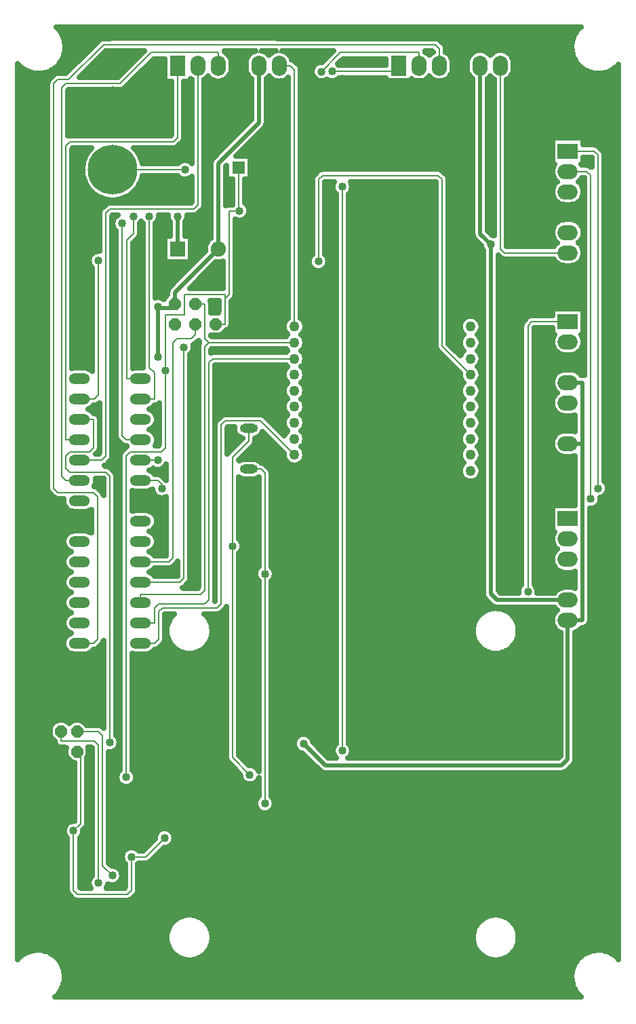
<source format=gbr>
G04 DipTrace 4.0.0.3*
G04 2 - Bottom.gbr*
%MOIN*%
G04 #@! TF.FileFunction,Copper,L2,Bot*
G04 #@! TF.Part,Single*
%AMOUTLINE0*
4,1,8,
0.03,0.012427,
0.012427,0.03,
-0.012427,0.03,
-0.03,0.012427,
-0.03,-0.012427,
-0.012427,-0.03,
0.012427,-0.03,
0.03,-0.012427,
0.03,0.012427,
0*%
%AMOUTLINE3*
4,1,8,
0.011888,-0.028701,
0.028701,-0.011888,
0.028701,0.011888,
0.011888,0.028701,
-0.011888,0.028701,
-0.028701,0.011888,
-0.028701,-0.011888,
-0.011888,-0.028701,
0.011888,-0.028701,
0*%
G04 #@! TA.AperFunction,Conductor*
%ADD15C,0.019685*%
%ADD16C,0.007874*%
G04 #@! TA.AperFunction,CopperBalancing*
%ADD17C,0.025*%
G04 #@! TA.AperFunction,ComponentPad*
%ADD22R,0.074803X0.098425*%
%ADD23O,0.074803X0.098425*%
%ADD28R,0.098425X0.074803*%
%ADD29O,0.098425X0.074803*%
%ADD31O,0.088X0.044*%
%ADD33R,0.062992X0.062992*%
%ADD34C,0.062992*%
%ADD35R,0.074803X0.074803*%
%ADD36C,0.074803*%
%ADD37C,0.244094*%
%ADD39C,0.126614*%
%ADD40C,0.05*%
%ADD41O,0.104X0.052*%
G04 #@! TA.AperFunction,ViaPad*
%ADD42C,0.04*%
G04 #@! TA.AperFunction,ComponentPad*
%ADD95OUTLINE0*%
%ADD98OUTLINE3*%
%FSLAX26Y26*%
G04*
G70*
G90*
G75*
G01*
G04 Bottom*
%LPD*%
X1837765Y1676428D2*
D15*
X1944505Y1569688D1*
X3105312D1*
X3136811Y1601186D1*
Y2281841D1*
X3207678D1*
Y3150591D1*
Y3450591D1*
X3136811D1*
X1218062Y4106841D2*
X1218060Y4267396D1*
X3207678Y3150591D2*
X3136811D1*
X2805560Y5006841D2*
D16*
Y4107777D1*
X2825245Y4088092D1*
X3136812D1*
X1718060Y5006841D2*
X1773371D1*
X1793060Y4987152D1*
Y3725591D1*
X2705560Y5006841D2*
D15*
Y4180849D1*
X2757371Y4129038D1*
X1618060Y5006841D2*
Y4727475D1*
X1418062Y4527476D1*
Y4106841D1*
X2757371Y4129038D2*
Y2413337D1*
X2788867Y2381841D1*
X3136811D1*
X1122411Y3823329D2*
Y3576845D1*
X1205562Y3838091D2*
Y3816877D1*
X1128864D1*
X1122411Y3823329D1*
X1418062Y4106841D2*
X1205562Y3894341D1*
Y3838091D1*
X1518060Y5006841D2*
D16*
Y5071802D1*
X1780336D1*
X1910261Y4941877D1*
X2029627D1*
X538877Y1451084D2*
Y1618404D1*
X558564Y1638092D1*
Y1795256D1*
X538877Y1814944D1*
Y1923525D1*
X3136811Y3550591D2*
X3071848D1*
Y3250591D1*
Y2481841D1*
X3136811D1*
X1467375Y3687601D2*
X1561001Y3781227D1*
Y4226971D1*
X558564Y1638092D2*
X645570D1*
X3071848Y3250591D2*
X3136811D1*
X3136812Y4288092D2*
X3201773D1*
Y3550591D1*
X3136811D1*
X2605560Y5006841D2*
Y5071802D1*
X2948592D1*
X2968281Y5052113D1*
Y4307778D1*
X2987967Y4288092D1*
X3136812D1*
X2029627Y4941877D2*
X2605560D1*
Y5006841D1*
X538877Y1923525D2*
Y2749654D1*
X558564Y2769341D1*
X736811D1*
X1714911Y4506841D2*
Y4669125D1*
X1561001Y4226971D2*
X1714911Y4380881D1*
Y4506841D1*
X829745Y4049282D2*
Y3389026D1*
X810060Y3369341D1*
X736811D1*
X884836Y1682542D2*
Y2991404D1*
X865151Y3011089D1*
X688745D1*
X669060Y3030774D1*
Y3091404D1*
X688745Y3111089D1*
X784875D1*
X804560Y3130774D1*
Y3269341D1*
X736811D1*
X1036811Y2469341D2*
X1229655D1*
X1249340Y2489026D1*
Y3624085D1*
X1305562Y3838091D2*
X1351312D1*
Y3666535D1*
X1370997Y3646850D1*
X1351312Y3627165D1*
Y2430774D1*
X1331627Y2411089D1*
X1036811D1*
Y2369341D1*
X1370997Y3646850D2*
X1793060D1*
X736811Y2169341D2*
X804560D1*
X824245Y2189026D1*
Y2891404D1*
X804560Y2911089D1*
X629690D1*
X610005Y2930774D1*
Y4919636D1*
X629690Y4939322D1*
X681686D1*
X853537Y5111172D1*
X2485875D1*
X2505560Y5091487D1*
Y5006841D1*
X3249332Y2878967D2*
Y4468408D1*
X3229648Y4488092D1*
X3136812D1*
X1120623Y3069341D2*
X1036811D1*
X1001186Y4267396D2*
Y4182113D1*
X969060Y4149987D1*
Y3469341D1*
X1036811D1*
X1925115Y4977625D2*
X2019293Y5071802D1*
X2405560D1*
Y5006841D1*
X1079056Y4267396D2*
Y3523841D1*
X1104560Y3498337D1*
Y3369341D1*
X1036811D1*
X2305560Y5006841D2*
Y4978514D1*
X1976927D1*
X2940175Y2423495D2*
Y3730906D1*
X2959860Y3750591D1*
X3136811D1*
X1910706Y4045845D2*
Y4448231D1*
X1930391Y4467916D1*
X2499959D1*
X2519644Y4448231D1*
Y3628928D1*
X2659202Y3489370D1*
X2028297Y1642837D2*
Y4412483D1*
X899310Y4495621D2*
X1253808D1*
X1036811Y2269341D2*
X1104560D1*
Y2344833D1*
X1124245Y2364518D1*
X1351312D1*
X1370997Y2384203D1*
Y3548423D1*
X1390685Y3568110D1*
X1793060D1*
X1036811Y2169341D2*
X1104560D1*
X1124245Y2189026D1*
Y2325148D1*
X1143930Y2344833D1*
X1412340D1*
X1432028Y2364521D1*
Y3243656D1*
X1451713Y3263341D1*
X1625388D1*
X1793060Y3095669D1*
X1418060Y5006841D2*
Y5071802D1*
X1088281D1*
X936115Y4919636D1*
X669060D1*
X649375Y4899951D1*
Y2989026D1*
X669060Y2969341D1*
X736811D1*
X1318060Y5006841D2*
Y4322829D1*
X1298375Y4303144D1*
X885178D1*
X865493Y4283459D1*
Y3089026D1*
X845808Y3069341D1*
X736811D1*
X1218060Y5006841D2*
Y4653101D1*
X1198375Y4633416D1*
X688745D1*
X669060Y4613731D1*
Y3169341D1*
X736811D1*
X946115Y4231648D2*
Y3189026D1*
X965801Y3169341D1*
X1036811D1*
X3285080Y2930778D2*
Y4568408D1*
X3265396Y4588092D1*
X3136812D1*
X1140308Y2930778D2*
Y2949341D1*
X1120308Y2969341D1*
X1036811D1*
X965797Y1511585D2*
Y3091404D1*
X985482Y3111089D1*
X1138474D1*
X1158159Y3130774D1*
Y3511089D1*
Y3783841D1*
X1251312D1*
Y3883841D1*
X1451312D1*
Y3864156D1*
X1471214Y3884058D1*
Y4294341D1*
X1523025D1*
X1518060Y4299306D1*
Y4506841D1*
X1451312Y3864156D2*
Y3738091D1*
X1405562D1*
X1036811Y2569341D2*
X1174222D1*
X1193907Y2589026D1*
Y3646853D1*
X1213592Y3666538D1*
X1285877D1*
X1305562Y3686223D1*
Y3738091D1*
X897533Y1028664D2*
X849088Y1077108D1*
Y1716832D1*
X829403Y1736517D1*
X724310D1*
X829403Y992916D2*
Y1669513D1*
X809718Y1689199D1*
X645570D1*
Y1736517D1*
X992155Y1120865D2*
X1061983D1*
X1154206Y1213089D1*
X706722Y1248822D2*
Y957168D1*
X726407Y937483D1*
X972470D1*
X992155Y957168D1*
Y1120865D1*
X724310Y1638092D2*
X742697D1*
Y1284797D1*
X706722Y1248822D1*
X1572856Y1524412D2*
X1488627Y1608640D1*
Y2646837D1*
Y3083396D1*
X1568062Y3162831D1*
Y3225591D1*
Y3025591D2*
X1627812D1*
X1647497Y3005906D1*
Y2511089D1*
Y1383349D1*
D42*
X1837765Y1676428D3*
X1218060Y4267396D3*
X2757371Y4129038D3*
X1122411Y3576845D3*
Y3823329D3*
X2029627Y4941877D3*
X1714911Y4669125D3*
X1467375Y3687601D3*
X1561001Y4226971D3*
X829745Y4049282D3*
X884836Y1682542D3*
X1249340Y3624085D3*
X3249332Y2878967D3*
X1120623Y3069341D3*
X1001186Y4267396D3*
X1925115Y4977625D3*
X1079056Y4267396D3*
X1976927Y4978514D3*
X2940175Y2423495D3*
X1910706Y4045845D3*
X2028297Y4412483D3*
Y1642837D3*
X1253808Y4495621D3*
X946115Y4231648D3*
X3285080Y2930778D3*
X1140308D3*
X1158159Y3511089D3*
X1523025Y4294341D3*
X965797Y1511585D3*
X897533Y1028664D3*
X829403Y992916D3*
X1154206Y1213089D3*
X992155Y1120865D3*
X706722Y1248822D3*
X1488627Y2646837D3*
X1572856Y1524412D3*
X1647497Y1383349D3*
Y2511089D3*
X644949Y5172867D2*
D17*
X3176350D1*
X658261Y5147999D2*
X3163037D1*
X665510Y5123130D2*
X819944D1*
X2519467D2*
X3155753D1*
X667770Y5098261D2*
X795076D1*
X2537731D2*
X3153528D1*
X665223Y5073392D2*
X770209D1*
X861294D2*
X1044327D1*
X1453526D2*
X1582591D1*
X1653509D2*
X1682600D1*
X1753518D2*
X1975343D1*
X2441024D2*
X2470114D1*
X2540997D2*
X2670096D1*
X2741016D2*
X2770105D1*
X2841025D2*
X3156076D1*
X657580Y5048524D2*
X745340D1*
X836427D2*
X1019459D1*
X1477031D2*
X1559087D1*
X1777059D2*
X1950475D1*
X2564537D2*
X2646592D1*
X2864529D2*
X3163684D1*
X643836Y5023655D2*
X720472D1*
X811559D2*
X994592D1*
X1085678D2*
X1151657D1*
X1484244D2*
X1551873D1*
X1802106D2*
X1916062D1*
X2016693D2*
X2239163D1*
X2571749D2*
X2639379D1*
X2871741D2*
X3177463D1*
X434703Y4998786D2*
X448112D1*
X620906D2*
X695605D1*
X786692D2*
X969724D1*
X1060810D2*
X1151657D1*
X1484459D2*
X1551657D1*
X1823672D2*
X1881218D1*
X2571965D2*
X2639164D1*
X2871957D2*
X3200357D1*
X3373151D2*
X3384227D1*
X434703Y4973917D2*
X494186D1*
X574866D2*
X670738D1*
X761823D2*
X944857D1*
X1035942D2*
X1151657D1*
X1480870D2*
X1555247D1*
X1826005D2*
X1876266D1*
X2568377D2*
X2642752D1*
X2868369D2*
X3246432D1*
X3327076D2*
X3384227D1*
X434703Y4949049D2*
X593873D1*
X1011075D2*
X1151657D1*
X1464938D2*
X1571215D1*
X1826005D2*
X1885955D1*
X2552408D2*
X2658685D1*
X2852436D2*
X3384227D1*
X434703Y4924180D2*
X577403D1*
X986207D2*
X1185136D1*
X1250996D2*
X1285146D1*
X1351005D2*
X1579217D1*
X1656882D2*
X1760146D1*
X1826005D2*
X2666723D1*
X2744388D2*
X2772617D1*
X2838476D2*
X3384227D1*
X434703Y4899311D2*
X577079D1*
X961340D2*
X1185136D1*
X1250996D2*
X1285146D1*
X1351005D2*
X1579217D1*
X1656882D2*
X1760146D1*
X1826005D2*
X2666723D1*
X2744388D2*
X2772617D1*
X2838476D2*
X3384227D1*
X434703Y4874442D2*
X577079D1*
X682304D2*
X1185136D1*
X1250996D2*
X1285146D1*
X1351005D2*
X1579217D1*
X1656882D2*
X1760146D1*
X1826005D2*
X2666723D1*
X2744388D2*
X2772617D1*
X2838476D2*
X3384227D1*
X434703Y4849573D2*
X577079D1*
X682304D2*
X1185136D1*
X1250996D2*
X1285146D1*
X1351005D2*
X1579217D1*
X1656882D2*
X1760146D1*
X1826005D2*
X2666723D1*
X2744388D2*
X2772617D1*
X2838476D2*
X3384227D1*
X434703Y4824705D2*
X577079D1*
X682304D2*
X1185136D1*
X1250996D2*
X1285146D1*
X1351005D2*
X1579217D1*
X1656882D2*
X1760146D1*
X1826005D2*
X2666723D1*
X2744388D2*
X2772617D1*
X2838476D2*
X3384227D1*
X434703Y4799836D2*
X577079D1*
X682304D2*
X1185136D1*
X1250996D2*
X1285146D1*
X1351005D2*
X1579217D1*
X1656882D2*
X1760146D1*
X1826005D2*
X2666723D1*
X2744388D2*
X2772617D1*
X2838476D2*
X3384227D1*
X434703Y4774967D2*
X577079D1*
X682304D2*
X1185136D1*
X1250996D2*
X1285146D1*
X1351005D2*
X1579217D1*
X1656882D2*
X1760146D1*
X1826005D2*
X2666723D1*
X2744388D2*
X2772617D1*
X2838476D2*
X3384227D1*
X434703Y4750098D2*
X577079D1*
X682304D2*
X1185136D1*
X1250996D2*
X1285146D1*
X1351005D2*
X1579217D1*
X1656882D2*
X1760146D1*
X1826005D2*
X2666723D1*
X2744388D2*
X2772617D1*
X2838476D2*
X3384227D1*
X434703Y4725230D2*
X577079D1*
X682304D2*
X1185136D1*
X1250996D2*
X1285146D1*
X1351005D2*
X1561921D1*
X1656811D2*
X1760146D1*
X1826005D2*
X2666723D1*
X2744388D2*
X2772617D1*
X2838476D2*
X3384227D1*
X434703Y4700361D2*
X577079D1*
X682304D2*
X1185136D1*
X1250996D2*
X1285146D1*
X1351005D2*
X1537052D1*
X1644825D2*
X1760146D1*
X1826005D2*
X2666723D1*
X2744388D2*
X2772617D1*
X2838476D2*
X3384227D1*
X434703Y4675492D2*
X577079D1*
X682304D2*
X1185136D1*
X1250996D2*
X1285146D1*
X1351005D2*
X1512185D1*
X1619958D2*
X1760146D1*
X1826005D2*
X2666723D1*
X2744388D2*
X2772617D1*
X2838476D2*
X3384227D1*
X434703Y4650623D2*
X577079D1*
X1250888D2*
X1285146D1*
X1351005D2*
X1487318D1*
X1595091D2*
X1760146D1*
X1826005D2*
X2666723D1*
X2744388D2*
X2772617D1*
X2838476D2*
X3058614D1*
X3215009D2*
X3384227D1*
X434703Y4625755D2*
X577079D1*
X1236248D2*
X1285146D1*
X1351005D2*
X1462450D1*
X1570222D2*
X1760146D1*
X1826005D2*
X2666723D1*
X2744388D2*
X2772617D1*
X2838476D2*
X3058614D1*
X3215009D2*
X3384227D1*
X434703Y4600886D2*
X577079D1*
X702004D2*
X792026D1*
X1006625D2*
X1285146D1*
X1351005D2*
X1437583D1*
X1545354D2*
X1760146D1*
X1826005D2*
X2666723D1*
X2744388D2*
X2772617D1*
X2838476D2*
X3058614D1*
X3298154D2*
X3384227D1*
X434703Y4576017D2*
X577079D1*
X702004D2*
X771895D1*
X1026720D2*
X1285146D1*
X1351005D2*
X1412714D1*
X1520487D2*
X1760146D1*
X1826005D2*
X2666723D1*
X2744388D2*
X2772617D1*
X2838476D2*
X3058614D1*
X3317029D2*
X3384227D1*
X434703Y4551148D2*
X577079D1*
X702004D2*
X759049D1*
X1039567D2*
X1285146D1*
X1351005D2*
X1387991D1*
X1578547D2*
X1760146D1*
X1826005D2*
X2666723D1*
X2744388D2*
X2772617D1*
X2838476D2*
X3058614D1*
X3215009D2*
X3252138D1*
X3317997D2*
X3384227D1*
X434703Y4526280D2*
X577079D1*
X702004D2*
X751476D1*
X1047138D2*
X1216356D1*
X1351005D2*
X1379235D1*
X1578547D2*
X1760146D1*
X1826005D2*
X2666723D1*
X2744388D2*
X2772617D1*
X2838476D2*
X3058614D1*
X3215009D2*
X3252138D1*
X3317997D2*
X3384227D1*
X434703Y4501411D2*
X577079D1*
X702004D2*
X748391D1*
X1351005D2*
X1379235D1*
X1578547D2*
X1760146D1*
X1826005D2*
X2666723D1*
X2744388D2*
X2772617D1*
X2838476D2*
X3060014D1*
X3317997D2*
X3384227D1*
X434703Y4476542D2*
X577079D1*
X702004D2*
X749503D1*
X1351005D2*
X1379235D1*
X1578547D2*
X1760146D1*
X1826005D2*
X1893491D1*
X2536870D2*
X2666723D1*
X2744388D2*
X2772617D1*
X2838476D2*
X3059655D1*
X3317997D2*
X3384227D1*
X434703Y4451673D2*
X577079D1*
X702004D2*
X754921D1*
X1043693D2*
X1236129D1*
X1271487D2*
X1285146D1*
X1351005D2*
X1379235D1*
X1578547D2*
X1760146D1*
X1826005D2*
X1877988D1*
X2552373D2*
X2666723D1*
X2744388D2*
X2772617D1*
X2838476D2*
X3069990D1*
X3203634D2*
X3216398D1*
X3317997D2*
X3384227D1*
X434703Y4426804D2*
X577079D1*
X702004D2*
X765184D1*
X1033430D2*
X1285146D1*
X1351005D2*
X1379235D1*
X1456900D2*
X1485129D1*
X1550988D2*
X1760146D1*
X1826005D2*
X1877773D1*
X1943633D2*
X1981550D1*
X2075041D2*
X2486728D1*
X2552588D2*
X2666723D1*
X2744388D2*
X2772617D1*
X2838476D2*
X3071676D1*
X3201948D2*
X3216398D1*
X3317997D2*
X3384227D1*
X434703Y4401936D2*
X577079D1*
X702004D2*
X781547D1*
X1017067D2*
X1285146D1*
X1351005D2*
X1379235D1*
X1456900D2*
X1485129D1*
X1550988D2*
X1760146D1*
X1826005D2*
X1877773D1*
X1943633D2*
X1980510D1*
X2076081D2*
X2486728D1*
X2552588D2*
X2666723D1*
X2744388D2*
X2772617D1*
X2838476D2*
X3060122D1*
X3317997D2*
X3384227D1*
X434703Y4377067D2*
X577079D1*
X702004D2*
X807312D1*
X991303D2*
X1285146D1*
X1351005D2*
X1379235D1*
X1456900D2*
X1485129D1*
X1550988D2*
X1760146D1*
X1826005D2*
X1877773D1*
X1943633D2*
X1995366D1*
X2061226D2*
X2486728D1*
X2552588D2*
X2666723D1*
X2744388D2*
X2772617D1*
X2838476D2*
X3059583D1*
X3317997D2*
X3384227D1*
X434703Y4352198D2*
X577079D1*
X702004D2*
X858160D1*
X940454D2*
X1285146D1*
X1351005D2*
X1379235D1*
X1456900D2*
X1485129D1*
X1550988D2*
X1760146D1*
X1826005D2*
X1877773D1*
X1943633D2*
X1995366D1*
X2061226D2*
X2486728D1*
X2552588D2*
X2666723D1*
X2744388D2*
X2772617D1*
X2838476D2*
X3069631D1*
X3203993D2*
X3216398D1*
X3317997D2*
X3384227D1*
X434703Y4327329D2*
X577079D1*
X702004D2*
X864224D1*
X1351005D2*
X1379235D1*
X1456900D2*
X1485129D1*
X1558273D2*
X1760146D1*
X1826005D2*
X1877773D1*
X1943633D2*
X1995366D1*
X2061226D2*
X2486728D1*
X2552588D2*
X2666723D1*
X2744388D2*
X2772617D1*
X2838476D2*
X3102752D1*
X3170873D2*
X3216398D1*
X3317997D2*
X3384227D1*
X434703Y4302461D2*
X577079D1*
X702004D2*
X839214D1*
X1343182D2*
X1379235D1*
X1571299D2*
X1760146D1*
X1826005D2*
X1877773D1*
X1943633D2*
X1995366D1*
X2061226D2*
X2486728D1*
X2552588D2*
X2666723D1*
X2744388D2*
X2772617D1*
X2838476D2*
X3216398D1*
X3317997D2*
X3384227D1*
X434703Y4277592D2*
X577079D1*
X702004D2*
X832575D1*
X1317382D2*
X1379235D1*
X1568895D2*
X1760146D1*
X1826005D2*
X1877773D1*
X1943633D2*
X1995366D1*
X2061226D2*
X2486728D1*
X2552588D2*
X2666723D1*
X2744388D2*
X2772617D1*
X2838476D2*
X3216398D1*
X3317997D2*
X3384227D1*
X434703Y4252723D2*
X577079D1*
X702004D2*
X832575D1*
X1125689D2*
X1171429D1*
X1264668D2*
X1379235D1*
X1546252D2*
X1760146D1*
X1826005D2*
X1877773D1*
X1943633D2*
X1995366D1*
X2061226D2*
X2486728D1*
X2552588D2*
X2666723D1*
X2744388D2*
X2772617D1*
X2838476D2*
X3216398D1*
X3317997D2*
X3384227D1*
X434703Y4227854D2*
X577079D1*
X702004D2*
X832575D1*
X1034113D2*
X1046122D1*
X1111982D2*
X1179217D1*
X1256882D2*
X1379235D1*
X1504159D2*
X1760146D1*
X1826005D2*
X1877773D1*
X1943633D2*
X1995366D1*
X2061226D2*
X2486728D1*
X2552588D2*
X2666723D1*
X2744388D2*
X2772617D1*
X2838476D2*
X3072501D1*
X3201122D2*
X3216398D1*
X3317997D2*
X3384227D1*
X434703Y4202986D2*
X577079D1*
X702004D2*
X832575D1*
X898434D2*
X907021D1*
X1034113D2*
X1046122D1*
X1111982D2*
X1179217D1*
X1256882D2*
X1379235D1*
X1504159D2*
X1760146D1*
X1826005D2*
X1877773D1*
X1943633D2*
X1995366D1*
X2061226D2*
X2486728D1*
X2552588D2*
X2666723D1*
X2744388D2*
X2772617D1*
X2838476D2*
X3060373D1*
X3317997D2*
X3384227D1*
X434703Y4178117D2*
X577079D1*
X702004D2*
X832575D1*
X898434D2*
X913171D1*
X1033861D2*
X1046122D1*
X1111982D2*
X1179217D1*
X1256882D2*
X1379235D1*
X1504159D2*
X1760146D1*
X1826005D2*
X1877773D1*
X1943633D2*
X1995366D1*
X2061226D2*
X2486728D1*
X2552588D2*
X2666831D1*
X2762188D2*
X2772617D1*
X2838476D2*
X3059404D1*
X3317997D2*
X3384227D1*
X434703Y4153248D2*
X577079D1*
X702004D2*
X832575D1*
X898434D2*
X913171D1*
X1017857D2*
X1046122D1*
X1111982D2*
X1151657D1*
X1284441D2*
X1371627D1*
X1504159D2*
X1760146D1*
X1826005D2*
X1877773D1*
X1943633D2*
X1995366D1*
X2061226D2*
X2486728D1*
X2552588D2*
X2679282D1*
X2838476D2*
X3068949D1*
X3204675D2*
X3216398D1*
X3317997D2*
X3384227D1*
X434703Y4128379D2*
X577079D1*
X702004D2*
X832575D1*
X898434D2*
X913171D1*
X1001996D2*
X1046122D1*
X1111982D2*
X1151657D1*
X1284441D2*
X1355407D1*
X1504159D2*
X1760146D1*
X1826005D2*
X1877773D1*
X1943633D2*
X1995366D1*
X2061226D2*
X2486728D1*
X2552588D2*
X2704151D1*
X2838476D2*
X3072896D1*
X3200728D2*
X3216398D1*
X3317997D2*
X3384227D1*
X434703Y4103510D2*
X577079D1*
X702004D2*
X832575D1*
X898434D2*
X913171D1*
X1001996D2*
X1046122D1*
X1111982D2*
X1151657D1*
X1284441D2*
X1351747D1*
X1504159D2*
X1760146D1*
X1826005D2*
X1877773D1*
X1943633D2*
X1995366D1*
X2061226D2*
X2486728D1*
X2552588D2*
X2716028D1*
X3317997D2*
X3384227D1*
X434703Y4078642D2*
X577079D1*
X702004D2*
X791201D1*
X898434D2*
X913171D1*
X1001996D2*
X1046122D1*
X1111982D2*
X1151657D1*
X1284441D2*
X1335993D1*
X1504159D2*
X1760146D1*
X1826005D2*
X1875261D1*
X1946144D2*
X1995366D1*
X2061226D2*
X2486728D1*
X2552588D2*
X2718539D1*
X3317997D2*
X3384227D1*
X434703Y4053773D2*
X577079D1*
X702004D2*
X780974D1*
X898434D2*
X913171D1*
X1001996D2*
X1046122D1*
X1111982D2*
X1151657D1*
X1284441D2*
X1311126D1*
X1504159D2*
X1760146D1*
X1826005D2*
X1862379D1*
X1959028D2*
X1995366D1*
X2061226D2*
X2486728D1*
X2552588D2*
X2718539D1*
X2796206D2*
X3068591D1*
X3205034D2*
X3216398D1*
X3317997D2*
X3384227D1*
X434703Y4028904D2*
X577079D1*
X702004D2*
X785459D1*
X898434D2*
X913171D1*
X1001996D2*
X1046122D1*
X1111982D2*
X1286223D1*
X1393995D2*
X1438299D1*
X1504159D2*
X1760146D1*
X1826005D2*
X1864927D1*
X1956516D2*
X1995366D1*
X2061226D2*
X2486728D1*
X2552588D2*
X2718539D1*
X2796206D2*
X3098446D1*
X3175178D2*
X3216398D1*
X3317997D2*
X3384227D1*
X434703Y4004035D2*
X577079D1*
X702004D2*
X796835D1*
X898434D2*
X913171D1*
X1001996D2*
X1046122D1*
X1111982D2*
X1261354D1*
X1369127D2*
X1438299D1*
X1504159D2*
X1760146D1*
X1826005D2*
X1887857D1*
X1933550D2*
X1995366D1*
X2061226D2*
X2486728D1*
X2552588D2*
X2718539D1*
X2796206D2*
X3216398D1*
X3317997D2*
X3384227D1*
X434703Y3979167D2*
X577079D1*
X702004D2*
X796835D1*
X898434D2*
X913171D1*
X1001996D2*
X1046122D1*
X1111982D2*
X1236487D1*
X1344260D2*
X1438299D1*
X1504159D2*
X1760146D1*
X1826005D2*
X1995366D1*
X2061226D2*
X2486728D1*
X2552588D2*
X2718539D1*
X2796206D2*
X3216398D1*
X3317997D2*
X3384227D1*
X434703Y3954298D2*
X577079D1*
X702004D2*
X796835D1*
X898434D2*
X913171D1*
X1001996D2*
X1046122D1*
X1111982D2*
X1211619D1*
X1319391D2*
X1438299D1*
X1504159D2*
X1760146D1*
X1826005D2*
X1995366D1*
X2061226D2*
X2486728D1*
X2552588D2*
X2718539D1*
X2796206D2*
X3216398D1*
X3317997D2*
X3384227D1*
X434703Y3929429D2*
X577079D1*
X702004D2*
X796835D1*
X898434D2*
X913171D1*
X1001996D2*
X1046122D1*
X1111982D2*
X1186752D1*
X1294524D2*
X1438299D1*
X1504159D2*
X1760146D1*
X1826005D2*
X1995366D1*
X2061226D2*
X2486728D1*
X2552588D2*
X2718539D1*
X2796206D2*
X3216398D1*
X3317997D2*
X3384227D1*
X434703Y3904560D2*
X577079D1*
X702004D2*
X796835D1*
X898434D2*
X913171D1*
X1001996D2*
X1046122D1*
X1111982D2*
X1168199D1*
X1504159D2*
X1760146D1*
X1826005D2*
X1995366D1*
X2061226D2*
X2486728D1*
X2552588D2*
X2718539D1*
X2796206D2*
X3216398D1*
X3317997D2*
X3384227D1*
X434703Y3879692D2*
X577079D1*
X702004D2*
X796835D1*
X898434D2*
X913171D1*
X1001996D2*
X1046122D1*
X1111982D2*
X1164755D1*
X1503836D2*
X1760146D1*
X1826005D2*
X1995366D1*
X2061226D2*
X2486728D1*
X2552588D2*
X2718539D1*
X2796206D2*
X3216398D1*
X3317997D2*
X3384227D1*
X434703Y3854823D2*
X577079D1*
X702004D2*
X796835D1*
X898434D2*
X913171D1*
X1001996D2*
X1046122D1*
X1487509D2*
X1760146D1*
X1826005D2*
X1995366D1*
X2061226D2*
X2486728D1*
X2552588D2*
X2718539D1*
X2796206D2*
X3216398D1*
X3317997D2*
X3384227D1*
X434703Y3829954D2*
X577079D1*
X702004D2*
X796835D1*
X898434D2*
X913171D1*
X1001996D2*
X1046122D1*
X1384235D2*
X1418385D1*
X1484244D2*
X1760146D1*
X1826005D2*
X1995366D1*
X2061226D2*
X2486728D1*
X2552588D2*
X2718539D1*
X2796206D2*
X3216398D1*
X3317997D2*
X3384227D1*
X434703Y3805085D2*
X577079D1*
X702004D2*
X796835D1*
X898434D2*
X913171D1*
X1001996D2*
X1046122D1*
X1384235D2*
X1418385D1*
X1484244D2*
X1760146D1*
X1826005D2*
X1995366D1*
X2061226D2*
X2486728D1*
X2552588D2*
X2718539D1*
X2796206D2*
X3058614D1*
X3317997D2*
X3384227D1*
X434703Y3780217D2*
X577079D1*
X702004D2*
X796835D1*
X898434D2*
X913171D1*
X1001996D2*
X1046122D1*
X1484244D2*
X1760146D1*
X1826005D2*
X1995366D1*
X2061226D2*
X2486728D1*
X2552588D2*
X2718539D1*
X2796206D2*
X2950424D1*
X3317997D2*
X3384227D1*
X434703Y3755348D2*
X577079D1*
X702004D2*
X796835D1*
X898434D2*
X913171D1*
X1001996D2*
X1046122D1*
X1484244D2*
X1748555D1*
X1837596D2*
X1995366D1*
X2061226D2*
X2486728D1*
X2552588D2*
X2614692D1*
X2703732D2*
X2718539D1*
X2796206D2*
X2919097D1*
X3317997D2*
X3384227D1*
X434703Y3730479D2*
X577079D1*
X702004D2*
X796835D1*
X898434D2*
X913171D1*
X1001996D2*
X1046122D1*
X1483274D2*
X1739297D1*
X1846818D2*
X1995366D1*
X2061226D2*
X2486728D1*
X2552588D2*
X2605433D1*
X2796206D2*
X2907255D1*
X3317997D2*
X3384227D1*
X434703Y3705610D2*
X577079D1*
X702004D2*
X796835D1*
X898434D2*
X913171D1*
X1001996D2*
X1046122D1*
X1455465D2*
X1743100D1*
X1843013D2*
X1995366D1*
X2061226D2*
X2486728D1*
X2552588D2*
X2609236D1*
X2709151D2*
X2718539D1*
X2796206D2*
X2907255D1*
X2973114D2*
X3058614D1*
X3317997D2*
X3384227D1*
X434703Y3680741D2*
X577079D1*
X702004D2*
X796835D1*
X898434D2*
X913171D1*
X1001996D2*
X1046122D1*
X1384235D2*
X1751783D1*
X1834329D2*
X1995366D1*
X2061226D2*
X2486728D1*
X2552588D2*
X2617921D1*
X2700466D2*
X2718539D1*
X2796206D2*
X2907255D1*
X2973114D2*
X3066150D1*
X3207438D2*
X3216398D1*
X3317997D2*
X3384227D1*
X434703Y3655873D2*
X577079D1*
X702004D2*
X796835D1*
X898434D2*
X913171D1*
X1001996D2*
X1046122D1*
X1846243D2*
X1995366D1*
X2061226D2*
X2486728D1*
X2552588D2*
X2606007D1*
X2796206D2*
X2907255D1*
X2973114D2*
X3058829D1*
X3317997D2*
X3384227D1*
X434703Y3631004D2*
X577079D1*
X702004D2*
X796835D1*
X898434D2*
X913171D1*
X1001996D2*
X1046122D1*
X1297825D2*
X1318626D1*
X1844556D2*
X1995366D1*
X2061226D2*
X2486728D1*
X2563102D2*
X2607694D1*
X2710693D2*
X2718539D1*
X2796206D2*
X2907255D1*
X2973114D2*
X3061701D1*
X3317997D2*
X3384227D1*
X434703Y3606135D2*
X577079D1*
X702004D2*
X796835D1*
X898434D2*
X913171D1*
X1001996D2*
X1046122D1*
X1294739D2*
X1318375D1*
X1384235D2*
X1755839D1*
X1830274D2*
X1995366D1*
X2061226D2*
X2496919D1*
X2587970D2*
X2621975D1*
X2696412D2*
X2718539D1*
X2796206D2*
X2907255D1*
X2973114D2*
X3076592D1*
X3197031D2*
X3216398D1*
X3317997D2*
X3384227D1*
X434703Y3581266D2*
X577079D1*
X702004D2*
X796835D1*
X898434D2*
X913171D1*
X1001996D2*
X1046122D1*
X1282252D2*
X1318375D1*
X1845346D2*
X1995366D1*
X2061226D2*
X2521787D1*
X2796206D2*
X2907255D1*
X2973114D2*
X3216398D1*
X3317997D2*
X3384227D1*
X434703Y3556398D2*
X577079D1*
X702004D2*
X796835D1*
X898434D2*
X913171D1*
X1001996D2*
X1046122D1*
X1282252D2*
X1318375D1*
X1845705D2*
X1995366D1*
X2061226D2*
X2546655D1*
X2796206D2*
X2907255D1*
X2973114D2*
X3216398D1*
X3317997D2*
X3384227D1*
X434703Y3531529D2*
X577079D1*
X702004D2*
X796835D1*
X898434D2*
X913171D1*
X1001996D2*
X1046122D1*
X1282252D2*
X1318375D1*
X1403934D2*
X1754332D1*
X1831782D2*
X1995366D1*
X2061226D2*
X2571522D1*
X2697954D2*
X2718539D1*
X2796206D2*
X2907255D1*
X2973114D2*
X3216398D1*
X3317997D2*
X3384227D1*
X434703Y3506660D2*
X577079D1*
X898434D2*
X913171D1*
X1282252D2*
X1318375D1*
X1403934D2*
X1742059D1*
X1844054D2*
X1995366D1*
X2061226D2*
X2596390D1*
X2710192D2*
X2718539D1*
X2796206D2*
X2907255D1*
X2973114D2*
X3091879D1*
X3181745D2*
X3216398D1*
X3317997D2*
X3384227D1*
X434703Y3481791D2*
X577079D1*
X898434D2*
X913171D1*
X1282252D2*
X1318375D1*
X1403934D2*
X1739619D1*
X1846495D2*
X1995366D1*
X2061226D2*
X2605756D1*
X2796206D2*
X2907255D1*
X2973114D2*
X3066760D1*
X3317997D2*
X3384227D1*
X434703Y3456923D2*
X577079D1*
X898434D2*
X913171D1*
X1282252D2*
X1318375D1*
X1403934D2*
X1750564D1*
X1835550D2*
X1995366D1*
X2061226D2*
X2616736D1*
X2701686D2*
X2718539D1*
X2796206D2*
X2907255D1*
X2973114D2*
X3058937D1*
X3317997D2*
X3384227D1*
X434703Y3432054D2*
X577079D1*
X898434D2*
X913171D1*
X1282252D2*
X1318375D1*
X1403934D2*
X1743745D1*
X1842367D2*
X1995366D1*
X2061226D2*
X2609883D1*
X2708541D2*
X2718539D1*
X2796206D2*
X2907255D1*
X2973114D2*
X3061341D1*
X3317997D2*
X3384227D1*
X434703Y3407185D2*
X577079D1*
X898434D2*
X913171D1*
X1282252D2*
X1318375D1*
X1403934D2*
X1739189D1*
X1846925D2*
X1995366D1*
X2061226D2*
X2605325D1*
X2796206D2*
X2907255D1*
X2973114D2*
X3075623D1*
X3317997D2*
X3384227D1*
X434703Y3382316D2*
X577079D1*
X898434D2*
X913171D1*
X1282252D2*
X1318375D1*
X1403934D2*
X1747550D1*
X1838564D2*
X1995366D1*
X2061226D2*
X2613686D1*
X2704701D2*
X2718539D1*
X2796206D2*
X2907255D1*
X2973114D2*
X3067047D1*
X3317997D2*
X3384227D1*
X434703Y3357448D2*
X577079D1*
X898434D2*
X913171D1*
X1282252D2*
X1318375D1*
X1403934D2*
X1745864D1*
X1840251D2*
X1995366D1*
X2061226D2*
X2612000D1*
X2706387D2*
X2718539D1*
X2796206D2*
X2907255D1*
X2973114D2*
X3058974D1*
X3317997D2*
X3384227D1*
X434703Y3332579D2*
X577079D1*
X802768D2*
X832575D1*
X898434D2*
X913171D1*
X1102795D2*
X1125247D1*
X1282252D2*
X1318375D1*
X1403934D2*
X1739081D1*
X1847033D2*
X1995366D1*
X2061226D2*
X2605218D1*
X2796206D2*
X2907255D1*
X2973114D2*
X3061198D1*
X3317997D2*
X3384227D1*
X434703Y3307710D2*
X577079D1*
X801117D2*
X832575D1*
X898434D2*
X913171D1*
X1101144D2*
X1125247D1*
X1282252D2*
X1318375D1*
X1403934D2*
X1745110D1*
X1841041D2*
X1995366D1*
X2061226D2*
X2611247D1*
X2707177D2*
X2718539D1*
X2796206D2*
X2907255D1*
X2973114D2*
X3075121D1*
X3317997D2*
X3384227D1*
X434703Y3282841D2*
X577079D1*
X898434D2*
X913171D1*
X1116035D2*
X1125253D1*
X1282252D2*
X1318375D1*
X1403934D2*
X1425668D1*
X1651428D2*
X1748483D1*
X1837631D2*
X1995366D1*
X2061226D2*
X2614619D1*
X2703768D2*
X2718539D1*
X2796206D2*
X2907255D1*
X2973114D2*
X3168850D1*
X3317997D2*
X3384227D1*
X434703Y3257972D2*
X577079D1*
X898434D2*
X913171D1*
X1116575D2*
X1125210D1*
X1282252D2*
X1318375D1*
X1676295D2*
X1739297D1*
X1846818D2*
X1995366D1*
X2061226D2*
X2605433D1*
X2796206D2*
X2907255D1*
X2973114D2*
X3168850D1*
X3317997D2*
X3384227D1*
X434703Y3233104D2*
X577079D1*
X898434D2*
X913171D1*
X1103297D2*
X1125247D1*
X1282252D2*
X1318375D1*
X1701164D2*
X1743136D1*
X1842978D2*
X1995366D1*
X2061226D2*
X2609273D1*
X2709114D2*
X2718539D1*
X2796206D2*
X2907255D1*
X2973114D2*
X3168850D1*
X3317997D2*
X3384227D1*
X434703Y3208235D2*
X577079D1*
X898434D2*
X913171D1*
X1100570D2*
X1125247D1*
X1282252D2*
X1318375D1*
X1464974D2*
X1498298D1*
X1726031D2*
X1751748D1*
X1834402D2*
X1995366D1*
X2061226D2*
X2617885D1*
X2700538D2*
X2718539D1*
X2796206D2*
X2907255D1*
X2973114D2*
X3094929D1*
X3317997D2*
X3384227D1*
X434703Y3183366D2*
X577079D1*
X898434D2*
X913709D1*
X1115892D2*
X1125231D1*
X1282252D2*
X1318375D1*
X1464974D2*
X1519720D1*
X1616406D2*
X1659812D1*
X1846280D2*
X1995366D1*
X2061226D2*
X2606007D1*
X2796206D2*
X2907255D1*
X2973114D2*
X3067657D1*
X3317997D2*
X3384227D1*
X434703Y3158497D2*
X577079D1*
X898434D2*
X931113D1*
X1116682D2*
X1125227D1*
X1282252D2*
X1318375D1*
X1464974D2*
X1518178D1*
X1600688D2*
X1684717D1*
X1844521D2*
X1995366D1*
X2061226D2*
X2607730D1*
X2710657D2*
X2718539D1*
X2796206D2*
X2907255D1*
X2973114D2*
X3059081D1*
X3317997D2*
X3384227D1*
X434703Y3133629D2*
X577079D1*
X898434D2*
X962547D1*
X1282252D2*
X1318375D1*
X1464974D2*
X1493310D1*
X1584396D2*
X1709584D1*
X1830346D2*
X1995366D1*
X2061226D2*
X2621904D1*
X2696483D2*
X2718539D1*
X2796206D2*
X2907255D1*
X2973114D2*
X3060911D1*
X3317997D2*
X3384227D1*
X434703Y3108760D2*
X577079D1*
X898434D2*
X938290D1*
X1282252D2*
X1318375D1*
X1559529D2*
X1734451D1*
X1845346D2*
X1995366D1*
X2061226D2*
X2606904D1*
X2796206D2*
X2907255D1*
X2973114D2*
X3074188D1*
X3317997D2*
X3384227D1*
X434703Y3083891D2*
X577079D1*
X898004D2*
X932871D1*
X1282252D2*
X1318375D1*
X1534661D2*
X1740445D1*
X1845705D2*
X1995366D1*
X2061226D2*
X2606581D1*
X2796206D2*
X2907255D1*
X2973114D2*
X3168850D1*
X3317997D2*
X3384227D1*
X434703Y3059022D2*
X577079D1*
X881030D2*
X932871D1*
X1282252D2*
X1318375D1*
X1627673D2*
X1754404D1*
X1831747D2*
X1995366D1*
X2061226D2*
X2620541D1*
X2697883D2*
X2718539D1*
X2796206D2*
X2907255D1*
X2973114D2*
X3168850D1*
X3317997D2*
X3384227D1*
X434703Y3034154D2*
X577079D1*
X887490D2*
X932871D1*
X1282252D2*
X1318375D1*
X1664777D2*
X1995366D1*
X2061226D2*
X2608160D1*
X2710227D2*
X2718539D1*
X2796206D2*
X2907255D1*
X2973114D2*
X3168850D1*
X3317997D2*
X3384227D1*
X434703Y3009285D2*
X577079D1*
X911963D2*
X932871D1*
X1099386D2*
X1160987D1*
X1282252D2*
X1318375D1*
X1680243D2*
X1995366D1*
X2061226D2*
X2605791D1*
X2796206D2*
X2907255D1*
X2973114D2*
X3168850D1*
X3317997D2*
X3384227D1*
X434703Y2984416D2*
X577079D1*
X917776D2*
X932871D1*
X1150772D2*
X1160987D1*
X1282252D2*
X1318375D1*
X1680423D2*
X1995366D1*
X2061226D2*
X2616773D1*
X2701614D2*
X2718539D1*
X2796206D2*
X2907255D1*
X2973114D2*
X3168850D1*
X3317997D2*
X3384227D1*
X434703Y2959547D2*
X577079D1*
X816870D2*
X851916D1*
X917776D2*
X932871D1*
X1282252D2*
X1318375D1*
X1521563D2*
X1614563D1*
X1680423D2*
X1995366D1*
X2061226D2*
X2718539D1*
X2796206D2*
X2907255D1*
X2973114D2*
X3168850D1*
X3324097D2*
X3384227D1*
X434703Y2934678D2*
X577079D1*
X826272D2*
X851916D1*
X917776D2*
X932871D1*
X1282252D2*
X1318375D1*
X1521563D2*
X1614563D1*
X1680423D2*
X1995366D1*
X2061226D2*
X2718539D1*
X2796206D2*
X2907255D1*
X2973114D2*
X3168850D1*
X3333894D2*
X3384227D1*
X434703Y2909810D2*
X585441D1*
X917776D2*
X932871D1*
X998731D2*
X1096324D1*
X1282252D2*
X1318375D1*
X1521563D2*
X1614563D1*
X1680423D2*
X1995366D1*
X2061226D2*
X2718539D1*
X2796206D2*
X2907255D1*
X2973114D2*
X3168850D1*
X3329085D2*
X3384227D1*
X434703Y2884941D2*
X611635D1*
X917776D2*
X932871D1*
X998731D2*
X1130018D1*
X1150556D2*
X1160987D1*
X1282252D2*
X1318375D1*
X1521563D2*
X1614563D1*
X1680423D2*
X1995366D1*
X2061226D2*
X2718539D1*
X2796206D2*
X2907255D1*
X2973114D2*
X3168850D1*
X3297938D2*
X3384227D1*
X434703Y2860072D2*
X656635D1*
X917776D2*
X932871D1*
X998731D2*
X1160987D1*
X1282252D2*
X1318375D1*
X1521563D2*
X1614563D1*
X1680423D2*
X1995366D1*
X2061226D2*
X2718539D1*
X2796206D2*
X2907255D1*
X2973114D2*
X3168850D1*
X3294314D2*
X3384227D1*
X434703Y2835203D2*
X668441D1*
X917776D2*
X932871D1*
X998731D2*
X1160987D1*
X1282252D2*
X1318375D1*
X1521563D2*
X1614563D1*
X1680423D2*
X1995366D1*
X2061226D2*
X2718539D1*
X2796206D2*
X2907255D1*
X2973114D2*
X3058614D1*
X3267508D2*
X3384227D1*
X434703Y2810335D2*
X791308D1*
X917776D2*
X932871D1*
X1098094D2*
X1160987D1*
X1282252D2*
X1318375D1*
X1521563D2*
X1614563D1*
X1680423D2*
X1995366D1*
X2061226D2*
X2718539D1*
X2796206D2*
X2907255D1*
X2973114D2*
X3058614D1*
X3246516D2*
X3384227D1*
X434703Y2785466D2*
X791308D1*
X917776D2*
X932871D1*
X1115282D2*
X1160987D1*
X1282252D2*
X1318375D1*
X1521563D2*
X1614563D1*
X1680423D2*
X1995366D1*
X2061226D2*
X2718539D1*
X2796206D2*
X2907255D1*
X2973114D2*
X3058614D1*
X3246516D2*
X3384227D1*
X434703Y2760597D2*
X791308D1*
X917776D2*
X932871D1*
X1117076D2*
X1160987D1*
X1282252D2*
X1318375D1*
X1521563D2*
X1614563D1*
X1680423D2*
X1995366D1*
X2061226D2*
X2718539D1*
X2796206D2*
X2907255D1*
X2973114D2*
X3058614D1*
X3246516D2*
X3384227D1*
X434703Y2735728D2*
X791308D1*
X917776D2*
X932871D1*
X1105630D2*
X1160987D1*
X1282252D2*
X1318375D1*
X1521563D2*
X1614563D1*
X1680423D2*
X1995366D1*
X2061226D2*
X2718539D1*
X2796206D2*
X2907255D1*
X2973114D2*
X3058614D1*
X3246516D2*
X3384227D1*
X434703Y2710860D2*
X676192D1*
X917776D2*
X932871D1*
X1097448D2*
X1160987D1*
X1282252D2*
X1318375D1*
X1521563D2*
X1614563D1*
X1680423D2*
X1995366D1*
X2061226D2*
X2718539D1*
X2796206D2*
X2907255D1*
X2973114D2*
X3065576D1*
X3246516D2*
X3384227D1*
X434703Y2685991D2*
X658537D1*
X917776D2*
X932871D1*
X1115104D2*
X1160987D1*
X1282252D2*
X1318375D1*
X1521563D2*
X1614563D1*
X1680423D2*
X1995366D1*
X2061226D2*
X2718539D1*
X2796206D2*
X2907255D1*
X2973114D2*
X3058759D1*
X3246516D2*
X3384227D1*
X434703Y2661122D2*
X656455D1*
X917776D2*
X932871D1*
X1117148D2*
X1160987D1*
X1282252D2*
X1318375D1*
X1535379D2*
X1614563D1*
X1680423D2*
X1995366D1*
X2061226D2*
X2718539D1*
X2796206D2*
X2907255D1*
X2973114D2*
X3062059D1*
X3246516D2*
X3384227D1*
X434703Y2636253D2*
X667543D1*
X917776D2*
X932871D1*
X1106060D2*
X1160987D1*
X1282252D2*
X1318375D1*
X1536383D2*
X1614563D1*
X1680423D2*
X1995366D1*
X2061226D2*
X2718539D1*
X2796206D2*
X2907255D1*
X2973114D2*
X3077740D1*
X3246516D2*
X3384227D1*
X434703Y2611385D2*
X676873D1*
X917776D2*
X932871D1*
X1096731D2*
X1160987D1*
X1282252D2*
X1318375D1*
X1521563D2*
X1614563D1*
X1680423D2*
X1995366D1*
X2061226D2*
X2718539D1*
X2796206D2*
X2907255D1*
X2973114D2*
X3065864D1*
X3246516D2*
X3384227D1*
X434703Y2586516D2*
X658715D1*
X917776D2*
X932871D1*
X1282252D2*
X1318375D1*
X1521563D2*
X1614563D1*
X1680423D2*
X1995366D1*
X2061226D2*
X2718539D1*
X2796206D2*
X2907255D1*
X2973114D2*
X3058794D1*
X3246516D2*
X3384227D1*
X434703Y2561647D2*
X656383D1*
X917776D2*
X932871D1*
X1282252D2*
X1318375D1*
X1521563D2*
X1614563D1*
X1680423D2*
X1995366D1*
X2061226D2*
X2718539D1*
X2796206D2*
X2907255D1*
X2973114D2*
X3061879D1*
X3246516D2*
X3384227D1*
X434703Y2536778D2*
X667148D1*
X917776D2*
X932871D1*
X1106491D2*
X1216428D1*
X1282252D2*
X1318375D1*
X1521563D2*
X1606238D1*
X1688748D2*
X1995366D1*
X2061226D2*
X2718539D1*
X2796206D2*
X2907255D1*
X2973114D2*
X3077202D1*
X3246516D2*
X3384227D1*
X434703Y2511909D2*
X677591D1*
X917776D2*
X932871D1*
X1096013D2*
X1216428D1*
X1282252D2*
X1318375D1*
X1521563D2*
X1598522D1*
X1696499D2*
X1995366D1*
X2061226D2*
X2718539D1*
X2796206D2*
X2907255D1*
X2973114D2*
X3168850D1*
X3246516D2*
X3384227D1*
X434703Y2487041D2*
X658895D1*
X917776D2*
X932871D1*
X1282215D2*
X1318375D1*
X1521563D2*
X1605197D1*
X1689789D2*
X1995366D1*
X2061226D2*
X2718539D1*
X2796206D2*
X2907255D1*
X2973114D2*
X3168850D1*
X3246516D2*
X3384227D1*
X434703Y2462172D2*
X656311D1*
X917776D2*
X932871D1*
X1268005D2*
X1318375D1*
X1521563D2*
X1614563D1*
X1680423D2*
X1995366D1*
X2061226D2*
X2718539D1*
X2796206D2*
X2907255D1*
X2973114D2*
X3168850D1*
X3246516D2*
X3384227D1*
X434703Y2437303D2*
X666718D1*
X917776D2*
X932871D1*
X1521563D2*
X1614563D1*
X1680423D2*
X1995366D1*
X2061226D2*
X2718539D1*
X2796206D2*
X2893295D1*
X2987073D2*
X3090766D1*
X3246516D2*
X3384227D1*
X434703Y2412434D2*
X678345D1*
X917776D2*
X932871D1*
X1521563D2*
X1614563D1*
X1680423D2*
X1995366D1*
X2061226D2*
X2718539D1*
X3246516D2*
X3384227D1*
X434703Y2387566D2*
X659075D1*
X917776D2*
X932871D1*
X1521563D2*
X1614563D1*
X1680423D2*
X1995366D1*
X2061226D2*
X2729269D1*
X3246516D2*
X3384227D1*
X434703Y2362697D2*
X656240D1*
X917776D2*
X932871D1*
X1521563D2*
X1614563D1*
X1680423D2*
X1995366D1*
X2061226D2*
X2754136D1*
X3246516D2*
X3384227D1*
X434703Y2337828D2*
X666323D1*
X917776D2*
X932871D1*
X1521563D2*
X1614563D1*
X1680423D2*
X1995366D1*
X2061226D2*
X2750549D1*
X2813824D2*
X3076198D1*
X3246516D2*
X3384227D1*
X434703Y2312959D2*
X679098D1*
X917776D2*
X932871D1*
X1157591D2*
X1199203D1*
X1353339D2*
X1455703D1*
X1521563D2*
X1614563D1*
X1680423D2*
X1995366D1*
X2061226D2*
X2705119D1*
X2859253D2*
X3066688D1*
X3246516D2*
X3384227D1*
X434703Y2288091D2*
X659290D1*
X917776D2*
X932871D1*
X1157159D2*
X1178714D1*
X1373828D2*
X1455703D1*
X1521563D2*
X1614563D1*
X1680423D2*
X1995366D1*
X2061226D2*
X2684630D1*
X2879744D2*
X3058902D1*
X3246516D2*
X3384227D1*
X434703Y2263222D2*
X656168D1*
X917776D2*
X932871D1*
X1157159D2*
X1167589D1*
X1384953D2*
X1455703D1*
X1521563D2*
X1614563D1*
X1680423D2*
X1995366D1*
X2061226D2*
X2673505D1*
X2890867D2*
X3061378D1*
X3241385D2*
X3384227D1*
X434703Y2238353D2*
X665929D1*
X917776D2*
X932871D1*
X1389581D2*
X1455703D1*
X1521563D2*
X1614563D1*
X1680423D2*
X1995366D1*
X2061226D2*
X2668877D1*
X2895461D2*
X3075696D1*
X3197929D2*
X3384227D1*
X434703Y2213484D2*
X679924D1*
X917776D2*
X932871D1*
X1388505D2*
X1455703D1*
X1521563D2*
X1614563D1*
X1680423D2*
X1995366D1*
X2061226D2*
X2669953D1*
X2894420D2*
X3097979D1*
X3175644D2*
X3384227D1*
X434703Y2188615D2*
X659470D1*
X917776D2*
X932871D1*
X1157159D2*
X1170999D1*
X1381579D2*
X1455703D1*
X1521563D2*
X1614563D1*
X1680423D2*
X1995366D1*
X2061226D2*
X2676878D1*
X2887459D2*
X3097979D1*
X3175644D2*
X3384227D1*
X434703Y2163747D2*
X656133D1*
X917776D2*
X932871D1*
X1144492D2*
X1185136D1*
X1367404D2*
X1455703D1*
X1521563D2*
X1614563D1*
X1680423D2*
X1995366D1*
X2061226D2*
X2691052D1*
X2873320D2*
X3097979D1*
X3175644D2*
X3384227D1*
X434703Y2138878D2*
X665570D1*
X808042D2*
X851916D1*
X917776D2*
X932871D1*
X1108070D2*
X1211261D1*
X1341318D2*
X1455703D1*
X1521563D2*
X1614563D1*
X1680423D2*
X1995366D1*
X2061226D2*
X2717140D1*
X2847197D2*
X3097979D1*
X3175644D2*
X3384227D1*
X434703Y2114009D2*
X851916D1*
X917776D2*
X932871D1*
X998731D2*
X1455703D1*
X1521563D2*
X1614563D1*
X1680423D2*
X1995366D1*
X2061226D2*
X3097979D1*
X3175644D2*
X3384227D1*
X434703Y2089140D2*
X851916D1*
X917776D2*
X932871D1*
X998731D2*
X1455703D1*
X1521563D2*
X1614563D1*
X1680423D2*
X1995366D1*
X2061226D2*
X3097979D1*
X3175644D2*
X3384227D1*
X434703Y2064272D2*
X851916D1*
X917776D2*
X932871D1*
X998731D2*
X1455703D1*
X1521563D2*
X1614563D1*
X1680423D2*
X1995366D1*
X2061226D2*
X3097979D1*
X3175644D2*
X3384227D1*
X434703Y2039403D2*
X851916D1*
X917776D2*
X932871D1*
X998731D2*
X1455703D1*
X1521563D2*
X1614563D1*
X1680423D2*
X1995366D1*
X2061226D2*
X3097979D1*
X3175644D2*
X3384227D1*
X434703Y2014534D2*
X851916D1*
X917776D2*
X932871D1*
X998731D2*
X1455703D1*
X1521563D2*
X1614563D1*
X1680423D2*
X1995366D1*
X2061226D2*
X3097979D1*
X3175644D2*
X3384227D1*
X434703Y1989665D2*
X851916D1*
X917776D2*
X932871D1*
X998731D2*
X1455703D1*
X1521563D2*
X1614563D1*
X1680423D2*
X1995366D1*
X2061226D2*
X3097979D1*
X3175644D2*
X3384227D1*
X434703Y1964797D2*
X851916D1*
X917776D2*
X932871D1*
X998731D2*
X1455703D1*
X1521563D2*
X1614563D1*
X1680423D2*
X1995366D1*
X2061226D2*
X3097979D1*
X3175644D2*
X3384227D1*
X434703Y1939928D2*
X851916D1*
X917776D2*
X932871D1*
X998731D2*
X1455703D1*
X1521563D2*
X1614563D1*
X1680423D2*
X1995366D1*
X2061226D2*
X3097979D1*
X3175644D2*
X3384227D1*
X434703Y1915059D2*
X851916D1*
X917776D2*
X932871D1*
X998731D2*
X1455703D1*
X1521563D2*
X1614563D1*
X1680423D2*
X1995366D1*
X2061226D2*
X3097979D1*
X3175644D2*
X3384227D1*
X434703Y1890190D2*
X851916D1*
X917776D2*
X932871D1*
X998731D2*
X1455703D1*
X1521563D2*
X1614563D1*
X1680423D2*
X1995366D1*
X2061226D2*
X3097979D1*
X3175644D2*
X3384227D1*
X434703Y1865322D2*
X851916D1*
X917776D2*
X932871D1*
X998731D2*
X1455703D1*
X1521563D2*
X1614563D1*
X1680423D2*
X1995366D1*
X2061226D2*
X3097979D1*
X3175644D2*
X3384227D1*
X434703Y1840453D2*
X851916D1*
X917776D2*
X932871D1*
X998731D2*
X1455703D1*
X1521563D2*
X1614563D1*
X1680423D2*
X1995366D1*
X2061226D2*
X3097979D1*
X3175644D2*
X3384227D1*
X434703Y1815584D2*
X851916D1*
X917776D2*
X932871D1*
X998731D2*
X1455703D1*
X1521563D2*
X1614563D1*
X1680423D2*
X1995366D1*
X2061226D2*
X3097979D1*
X3175644D2*
X3384227D1*
X434703Y1790715D2*
X623980D1*
X667160D2*
X702745D1*
X745891D2*
X851916D1*
X917776D2*
X932871D1*
X998731D2*
X1455703D1*
X1521563D2*
X1614563D1*
X1680423D2*
X1995366D1*
X2061226D2*
X3097979D1*
X3175644D2*
X3384227D1*
X434703Y1765846D2*
X594411D1*
X840014D2*
X851887D1*
X917776D2*
X932871D1*
X998731D2*
X1455703D1*
X1521563D2*
X1614563D1*
X1680423D2*
X1995366D1*
X2061226D2*
X3097979D1*
X3175644D2*
X3384227D1*
X434703Y1740978D2*
X587881D1*
X917776D2*
X932871D1*
X998731D2*
X1455703D1*
X1521563D2*
X1614563D1*
X1680423D2*
X1995366D1*
X2061226D2*
X3097979D1*
X3175644D2*
X3384227D1*
X434703Y1716109D2*
X589280D1*
X919499D2*
X932871D1*
X998731D2*
X1455703D1*
X1521563D2*
X1614563D1*
X1680423D2*
X1811029D1*
X1864508D2*
X1995366D1*
X2061226D2*
X3097979D1*
X3175644D2*
X3384227D1*
X434703Y1691240D2*
X610308D1*
X998731D2*
X1455703D1*
X1521563D2*
X1614563D1*
X1680423D2*
X1791185D1*
X1884352D2*
X1995366D1*
X2061226D2*
X3097979D1*
X3175644D2*
X3384227D1*
X434703Y1666371D2*
X622940D1*
X998731D2*
X1455703D1*
X1521563D2*
X1614563D1*
X1680423D2*
X1789857D1*
X1901720D2*
X1985713D1*
X2070878D2*
X3097979D1*
X3175644D2*
X3384227D1*
X434703Y1641503D2*
X666610D1*
X781990D2*
X796475D1*
X909199D2*
X932871D1*
X998731D2*
X1455703D1*
X1521563D2*
X1614563D1*
X1680423D2*
X1804570D1*
X1926588D2*
X1979325D1*
X2077265D2*
X3097979D1*
X3175644D2*
X3384227D1*
X434703Y1616634D2*
X668404D1*
X780232D2*
X796475D1*
X882000D2*
X932871D1*
X998731D2*
X1455703D1*
X1526156D2*
X1614563D1*
X1680423D2*
X1843684D1*
X1951455D2*
X1987400D1*
X2069192D2*
X3097979D1*
X3175644D2*
X3384227D1*
X434703Y1591765D2*
X690079D1*
X775639D2*
X796475D1*
X882000D2*
X932871D1*
X998731D2*
X1460799D1*
X1551024D2*
X1614563D1*
X1680423D2*
X1868551D1*
X3174388D2*
X3384227D1*
X434703Y1566896D2*
X709780D1*
X775639D2*
X796475D1*
X882000D2*
X932871D1*
X998731D2*
X1484841D1*
X1594228D2*
X1614563D1*
X1680423D2*
X1893419D1*
X3156411D2*
X3384227D1*
X434703Y1542028D2*
X709780D1*
X775639D2*
X796475D1*
X882000D2*
X928171D1*
X1003432D2*
X1509710D1*
X1680423D2*
X1918430D1*
X3131364D2*
X3384227D1*
X434703Y1517159D2*
X709780D1*
X775639D2*
X796475D1*
X882000D2*
X917154D1*
X1014448D2*
X1524421D1*
X1680423D2*
X3384227D1*
X434703Y1492290D2*
X709780D1*
X775639D2*
X796475D1*
X882000D2*
X920993D1*
X1010609D2*
X1536730D1*
X1680423D2*
X3384227D1*
X434703Y1467421D2*
X709780D1*
X775639D2*
X796475D1*
X882000D2*
X948768D1*
X982833D2*
X1614563D1*
X1680423D2*
X3384227D1*
X434703Y1442552D2*
X709780D1*
X775639D2*
X796475D1*
X882000D2*
X1614563D1*
X1680423D2*
X3384227D1*
X434703Y1417684D2*
X709780D1*
X775639D2*
X796475D1*
X882000D2*
X1613665D1*
X1681356D2*
X3384227D1*
X434703Y1392815D2*
X709780D1*
X775639D2*
X796475D1*
X882000D2*
X1599492D1*
X1695530D2*
X3384227D1*
X434703Y1367946D2*
X709780D1*
X775639D2*
X796475D1*
X882000D2*
X1601142D1*
X1693879D2*
X3384227D1*
X434703Y1343077D2*
X709780D1*
X775639D2*
X796475D1*
X882000D2*
X1621776D1*
X1673245D2*
X3384227D1*
X434703Y1318209D2*
X709780D1*
X775639D2*
X796475D1*
X882000D2*
X3384227D1*
X434703Y1293340D2*
X690832D1*
X775639D2*
X796475D1*
X882000D2*
X3384227D1*
X434703Y1268471D2*
X662089D1*
X770866D2*
X796475D1*
X882000D2*
X3384227D1*
X434703Y1243602D2*
X658034D1*
X755436D2*
X796475D1*
X882000D2*
X1116634D1*
X1191787D2*
X3384227D1*
X434703Y1218734D2*
X668764D1*
X744671D2*
X796475D1*
X882000D2*
X1105546D1*
X1202840D2*
X3384227D1*
X434703Y1193865D2*
X673787D1*
X739647D2*
X796475D1*
X882000D2*
X1089434D1*
X1199037D2*
X3384227D1*
X434703Y1168996D2*
X673787D1*
X739647D2*
X796475D1*
X882000D2*
X1064566D1*
X1171441D2*
X3384227D1*
X434703Y1144127D2*
X673787D1*
X739647D2*
X796475D1*
X882000D2*
X949413D1*
X1130785D2*
X3384227D1*
X434703Y1119259D2*
X673787D1*
X739647D2*
X796475D1*
X882000D2*
X943206D1*
X1105917D2*
X3384227D1*
X434703Y1094390D2*
X673787D1*
X739647D2*
X796475D1*
X882000D2*
X951423D1*
X1079470D2*
X3384227D1*
X434703Y1069521D2*
X673787D1*
X739647D2*
X796475D1*
X922226D2*
X959210D1*
X1025070D2*
X3384227D1*
X434703Y1044652D2*
X673787D1*
X739647D2*
X796475D1*
X943684D2*
X959210D1*
X1025070D2*
X3384227D1*
X434703Y1019783D2*
X673787D1*
X739647D2*
X788975D1*
X945657D2*
X959210D1*
X1025070D2*
X3384227D1*
X434703Y994915D2*
X673787D1*
X739647D2*
X780471D1*
X932022D2*
X959210D1*
X1025070D2*
X3384227D1*
X434703Y970046D2*
X673787D1*
X739647D2*
X786428D1*
X872382D2*
X959210D1*
X1025070D2*
X3384227D1*
X434703Y945177D2*
X676264D1*
X1022630D2*
X3384227D1*
X434703Y920308D2*
X698045D1*
X1000812D2*
X3384227D1*
X434703Y895440D2*
X3384227D1*
X434703Y870571D2*
X3384227D1*
X434703Y845702D2*
X3384227D1*
X434703Y820833D2*
X1218079D1*
X1334463D2*
X2723995D1*
X2840379D2*
X3384227D1*
X434703Y795965D2*
X1188546D1*
X1363996D2*
X2694462D1*
X2869912D2*
X3384227D1*
X434703Y771096D2*
X1172865D1*
X1379713D2*
X2678744D1*
X2885593D2*
X3384227D1*
X434703Y746227D2*
X1164827D1*
X1387751D2*
X2670706D1*
X2893631D2*
X3384227D1*
X434703Y721358D2*
X1162781D1*
X1389797D2*
X2668697D1*
X2895676D2*
X3384227D1*
X434703Y696490D2*
X1166370D1*
X1386172D2*
X2672285D1*
X2892088D2*
X3384227D1*
X434703Y671621D2*
X1176273D1*
X1376304D2*
X2682154D1*
X2882219D2*
X3384227D1*
X434703Y646752D2*
X465444D1*
X596253D2*
X1194718D1*
X1357824D2*
X2700634D1*
X2863739D2*
X3221349D1*
X3352159D2*
X3384227D1*
X628442Y621883D2*
X1231930D1*
X1320612D2*
X2737845D1*
X2826528D2*
X3189197D1*
X646850Y597014D2*
X3170752D1*
X657831Y572146D2*
X3159808D1*
X663214Y547277D2*
X3154390D1*
X663752Y522408D2*
X3153887D1*
X659446Y497539D2*
X3158193D1*
X649793Y472671D2*
X3167810D1*
X633251Y447802D2*
X3184353D1*
X2369454Y4942346D2*
Y4931136D1*
X2241667D1*
Y4948110D1*
X2012063Y4948085D1*
X2007121Y4943161D1*
X2001219Y4938874D1*
X1994718Y4935562D1*
X1987780Y4933307D1*
X1980575Y4932165D1*
X1973278D1*
X1966073Y4933307D1*
X1959135Y4935562D1*
X1952634Y4938874D1*
X1951722Y4939483D1*
X1946223Y4936199D1*
X1939483Y4933408D1*
X1932388Y4931705D1*
X1925115Y4931133D1*
X1917843Y4931705D1*
X1910748Y4933408D1*
X1904008Y4936199D1*
X1897789Y4940012D1*
X1892240Y4944749D1*
X1887503Y4950298D1*
X1883690Y4956517D1*
X1880899Y4963257D1*
X1879196Y4970352D1*
X1878623Y4977625D1*
X1879196Y4984898D1*
X1880899Y4991992D1*
X1883690Y4998732D1*
X1887503Y5004951D1*
X1892240Y5010500D1*
X1897789Y5015238D1*
X1904008Y5019050D1*
X1910748Y5021841D1*
X1917843Y5023545D1*
X1925115Y5024117D1*
X1928436Y5023987D1*
X1985176Y5080719D1*
X1733133Y5080743D1*
X1742512Y5077682D1*
X1751445Y5073130D1*
X1759556Y5067238D1*
X1766646Y5060148D1*
X1772538Y5052037D1*
X1777091Y5043104D1*
X1779311Y5036680D1*
X1785016Y5034954D1*
X1789270Y5032786D1*
X1793134Y5029980D1*
X1814577Y5008669D1*
X1817678Y5005038D1*
X1820173Y5000967D1*
X1822000Y4996555D1*
X1823115Y4991912D1*
X1823490Y4987152D1*
Y3767126D1*
X1829471Y3762001D1*
X1834718Y3755857D1*
X1838940Y3748967D1*
X1842033Y3741503D1*
X1843919Y3733646D1*
X1844552Y3725591D1*
X1843919Y3717535D1*
X1842033Y3709678D1*
X1838940Y3702214D1*
X1834718Y3695324D1*
X1829471Y3689180D1*
X1826241Y3686230D1*
X1832215Y3680291D1*
X1836965Y3673755D1*
X1840633Y3666555D1*
X1843130Y3658871D1*
X1844394Y3650890D1*
Y3642811D1*
X1843130Y3634829D1*
X1840633Y3627146D1*
X1836965Y3619946D1*
X1832215Y3613409D1*
X1826241Y3607490D1*
X1832215Y3601551D1*
X1836965Y3595014D1*
X1840633Y3587815D1*
X1843130Y3580131D1*
X1844394Y3572150D1*
Y3564071D1*
X1843130Y3556089D1*
X1840633Y3548406D1*
X1836965Y3541206D1*
X1832215Y3534669D1*
X1826241Y3528749D1*
X1832215Y3522811D1*
X1836965Y3516274D1*
X1840633Y3509075D1*
X1843130Y3501391D1*
X1844394Y3493409D1*
Y3485331D1*
X1843130Y3477349D1*
X1840633Y3469665D1*
X1836965Y3462466D1*
X1832215Y3455929D1*
X1826241Y3450009D1*
X1832215Y3444071D1*
X1836965Y3437534D1*
X1840633Y3430335D1*
X1843130Y3422651D1*
X1844394Y3414669D1*
Y3406591D1*
X1843130Y3398609D1*
X1840633Y3390925D1*
X1836965Y3383726D1*
X1832215Y3377189D1*
X1826241Y3371269D1*
X1832215Y3365331D1*
X1836965Y3358794D1*
X1840633Y3351594D1*
X1843130Y3343911D1*
X1844394Y3335929D1*
Y3327850D1*
X1843130Y3319869D1*
X1840633Y3312185D1*
X1836965Y3304986D1*
X1832215Y3298449D1*
X1826241Y3292529D1*
X1832215Y3286591D1*
X1836965Y3280054D1*
X1840633Y3272854D1*
X1843130Y3265171D1*
X1844394Y3257189D1*
Y3249110D1*
X1843130Y3241129D1*
X1840633Y3233445D1*
X1836965Y3226245D1*
X1832215Y3219709D1*
X1826241Y3213789D1*
X1832215Y3207850D1*
X1836965Y3201314D1*
X1840633Y3194114D1*
X1843130Y3186430D1*
X1844394Y3178449D1*
Y3170370D1*
X1843130Y3162388D1*
X1840633Y3154705D1*
X1836965Y3147505D1*
X1832215Y3140969D1*
X1826241Y3135049D1*
X1832215Y3129110D1*
X1836965Y3122573D1*
X1840633Y3115374D1*
X1843130Y3107690D1*
X1844394Y3099709D1*
Y3091630D1*
X1843130Y3083648D1*
X1840633Y3075965D1*
X1836965Y3068765D1*
X1832215Y3062228D1*
X1826501Y3056514D1*
X1819965Y3051765D1*
X1812765Y3048097D1*
X1805081Y3045600D1*
X1797100Y3044336D1*
X1789021D1*
X1781039Y3045600D1*
X1773356Y3048097D1*
X1766156Y3051765D1*
X1759619Y3056514D1*
X1753906Y3062228D1*
X1749156Y3068765D1*
X1745488Y3075965D1*
X1742991Y3083648D1*
X1741727Y3091630D1*
Y3099709D1*
X1742178Y3103521D1*
X1635920Y3209777D1*
X1633269Y3203576D1*
X1629293Y3197088D1*
X1624350Y3191302D1*
X1618564Y3186360D1*
X1612076Y3182383D1*
X1605046Y3179472D1*
X1598479Y3177861D1*
X1598398Y3160444D1*
X1597650Y3155727D1*
X1596175Y3151186D1*
X1594007Y3146932D1*
X1591201Y3143068D1*
X1537613Y3089348D1*
X1519064Y3070799D1*
X1520724Y3066937D1*
X1527504Y3070391D1*
X1534741Y3072743D1*
X1542257Y3073933D1*
X1573621Y3074083D1*
X1593866Y3073933D1*
X1601382Y3072743D1*
X1608619Y3070391D1*
X1615399Y3066937D1*
X1621555Y3062465D1*
X1626936Y3057084D1*
X1627773Y3056021D1*
X1632572Y3055646D1*
X1637215Y3054530D1*
X1641627Y3052703D1*
X1645698Y3050209D1*
X1649336Y3047101D1*
X1670636Y3025668D1*
X1673442Y3021804D1*
X1675610Y3017550D1*
X1677085Y3013009D1*
X1677833Y3008293D1*
X1677927Y2932415D1*
Y2546265D1*
X1682850Y2541283D1*
X1687138Y2535382D1*
X1690450Y2528881D1*
X1692705Y2521942D1*
X1693846Y2514738D1*
Y2507441D1*
X1692705Y2500236D1*
X1690450Y2493298D1*
X1687138Y2486797D1*
X1682850Y2480895D1*
X1677933Y2475959D1*
X1677927Y1418524D1*
X1682850Y1413543D1*
X1687138Y1407642D1*
X1690450Y1401140D1*
X1692705Y1394202D1*
X1693846Y1386997D1*
Y1379701D1*
X1692705Y1372496D1*
X1690450Y1365558D1*
X1687138Y1359056D1*
X1682850Y1353155D1*
X1677692Y1347996D1*
X1671790Y1343709D1*
X1665289Y1340396D1*
X1658350Y1338142D1*
X1651146Y1337000D1*
X1643849D1*
X1636644Y1338142D1*
X1629706Y1340396D1*
X1623205Y1343709D1*
X1617303Y1347996D1*
X1612144Y1353155D1*
X1607857Y1359056D1*
X1604545Y1365558D1*
X1602290Y1372496D1*
X1601148Y1379701D1*
Y1386997D1*
X1602290Y1394202D1*
X1604545Y1401140D1*
X1607857Y1407642D1*
X1612144Y1413543D1*
X1617062Y1418479D1*
X1617068Y1510056D1*
X1614281Y1503304D1*
X1610469Y1497085D1*
X1605731Y1491537D1*
X1600182Y1486799D1*
X1593963Y1482987D1*
X1587223Y1480196D1*
X1580129Y1478492D1*
X1572856Y1477920D1*
X1565583Y1478492D1*
X1558488Y1480196D1*
X1551748Y1482987D1*
X1545529Y1486799D1*
X1539980Y1491537D1*
X1535243Y1497085D1*
X1531430Y1503304D1*
X1528639Y1510045D1*
X1526936Y1517139D1*
X1526364Y1524412D1*
X1526493Y1527732D1*
X1465488Y1588878D1*
X1462682Y1592741D1*
X1460514Y1596996D1*
X1459039Y1601537D1*
X1458291Y1606253D1*
X1458198Y1682131D1*
X1457972Y2348622D1*
X1455167Y2344759D1*
X1433857Y2323316D1*
X1430226Y2320215D1*
X1426155Y2317720D1*
X1421743Y2315894D1*
X1417100Y2314778D1*
X1412331Y2314404D1*
X1349219D1*
X1354807Y2309189D1*
X1360726Y2302786D1*
X1366125Y2295937D1*
X1370970Y2288686D1*
X1375230Y2281079D1*
X1378881Y2273160D1*
X1381899Y2264979D1*
X1384266Y2256585D1*
X1385967Y2248033D1*
X1386992Y2239374D1*
X1387335Y2230660D1*
X1386992Y2221946D1*
X1385967Y2213287D1*
X1384266Y2204735D1*
X1381899Y2196341D1*
X1378881Y2188160D1*
X1375230Y2180241D1*
X1370970Y2172634D1*
X1366125Y2165383D1*
X1360726Y2158534D1*
X1354807Y2152131D1*
X1348404Y2146213D1*
X1341555Y2140814D1*
X1334304Y2135969D1*
X1326697Y2131709D1*
X1318778Y2128058D1*
X1310597Y2125039D1*
X1302203Y2122672D1*
X1293651Y2120971D1*
X1284992Y2119946D1*
X1276278Y2119604D1*
X1267564Y2119946D1*
X1258906Y2120971D1*
X1250353Y2122672D1*
X1241959Y2125039D1*
X1233778Y2128058D1*
X1225860Y2131709D1*
X1218252Y2135969D1*
X1211001Y2140814D1*
X1204152Y2146213D1*
X1197749Y2152131D1*
X1191831Y2158534D1*
X1186432Y2165383D1*
X1181587Y2172634D1*
X1177327Y2180241D1*
X1173676Y2188160D1*
X1170657Y2196341D1*
X1168290Y2204735D1*
X1166589Y2213287D1*
X1165564Y2221946D1*
X1165222Y2230660D1*
X1165564Y2239374D1*
X1166589Y2248033D1*
X1168290Y2256585D1*
X1170657Y2264979D1*
X1173676Y2273160D1*
X1177327Y2281079D1*
X1181587Y2288686D1*
X1186432Y2295937D1*
X1191831Y2302786D1*
X1197749Y2309189D1*
X1203378Y2314391D1*
X1156521Y2314404D1*
X1154675Y2306776D1*
X1154581Y2186639D1*
X1153833Y2181923D1*
X1152358Y2177382D1*
X1150190Y2173127D1*
X1147385Y2169264D1*
X1126077Y2147824D1*
X1122446Y2144723D1*
X1118375Y2142228D1*
X1113963Y2140402D1*
X1109320Y2139286D1*
X1105278Y2138487D1*
X1099929Y2132223D1*
X1093665Y2126874D1*
X1086642Y2122571D1*
X1079031Y2119419D1*
X1071022Y2117495D1*
X1062811Y2116849D1*
X1006693Y2117010D1*
X998556Y2118299D1*
X996217Y2118959D1*
X996226Y1546769D1*
X1001150Y1541780D1*
X1005437Y1535878D1*
X1008749Y1529377D1*
X1011004Y1522438D1*
X1012146Y1515234D1*
Y1507937D1*
X1011004Y1500732D1*
X1008749Y1493794D1*
X1005437Y1487293D1*
X1001150Y1481391D1*
X995991Y1476232D1*
X990089Y1471945D1*
X983588Y1468633D1*
X976650Y1466378D1*
X969445Y1465236D1*
X962148D1*
X954944Y1466378D1*
X948005Y1468633D1*
X941504Y1471945D1*
X935602Y1476232D1*
X930444Y1481391D1*
X926156Y1487293D1*
X922844Y1493794D1*
X920589Y1500732D1*
X919448Y1507937D1*
Y1515234D1*
X920589Y1522438D1*
X922844Y1529377D1*
X926156Y1535878D1*
X930444Y1541780D1*
X935361Y1546715D1*
X935461Y3093791D1*
X936209Y3098508D1*
X937684Y3103049D1*
X939852Y3107303D1*
X942657Y3111167D1*
X963965Y3132606D1*
X967604Y3135713D1*
X968344Y3138487D1*
X968067Y3138902D1*
X961041Y3139286D1*
X956398Y3140402D1*
X951986Y3142228D1*
X947915Y3144723D1*
X944277Y3147832D1*
X922976Y3169264D1*
X920171Y3173127D1*
X918003Y3177382D1*
X916528Y3181923D1*
X915780Y3186639D1*
X915686Y3262517D1*
Y4196475D1*
X910762Y4201454D1*
X906475Y4207356D1*
X903163Y4213857D1*
X900908Y4220795D1*
X899766Y4228000D1*
Y4235297D1*
X900908Y4242501D1*
X903163Y4249440D1*
X906475Y4255941D1*
X910762Y4261843D1*
X915921Y4267001D1*
X921823Y4271289D1*
X924374Y4272718D1*
X897801Y4272715D1*
X895923Y4265087D1*
X895829Y3086639D1*
X895081Y3081923D1*
X893606Y3077382D1*
X891438Y3073127D1*
X888633Y3069264D1*
X867325Y3047824D1*
X863694Y3044723D1*
X859614Y3042224D1*
X863286Y3041518D1*
X869911Y3041144D1*
X874554Y3040029D1*
X878966Y3038202D1*
X883037Y3035707D1*
X886675Y3032600D1*
X907975Y3011167D1*
X910781Y3007303D1*
X912949Y3003049D1*
X914424Y2998508D1*
X915172Y2993791D1*
X915265Y2917913D1*
Y1717696D1*
X920189Y1712736D1*
X924476Y1706835D1*
X927789Y1700333D1*
X930043Y1693395D1*
X931185Y1686190D1*
Y1678894D1*
X930043Y1671689D1*
X927789Y1664751D1*
X924476Y1658249D1*
X920189Y1652348D1*
X915030Y1647189D1*
X909129Y1642902D1*
X902627Y1639589D1*
X895689Y1637335D1*
X888484Y1636193D1*
X881188D1*
X879503Y1636392D1*
X879517Y1089684D1*
X894177Y1075052D1*
X901181Y1075013D1*
X908386Y1073871D1*
X915324Y1071617D1*
X921825Y1068304D1*
X927727Y1064017D1*
X932886Y1058858D1*
X937173Y1052957D1*
X940486Y1046455D1*
X942740Y1039517D1*
X943882Y1032312D1*
Y1025016D1*
X942740Y1017811D1*
X940486Y1010873D1*
X937173Y1004371D1*
X932886Y998470D1*
X927727Y993311D1*
X921825Y989024D1*
X915324Y985711D1*
X908386Y983457D1*
X901181Y982315D1*
X893885D1*
X886680Y983457D1*
X879741Y985711D1*
X875592Y987706D1*
X874610Y982063D1*
X872356Y975125D1*
X869043Y968623D1*
X868560Y967900D1*
X959833Y967912D1*
X961726Y975541D1*
Y1085741D1*
X956802Y1090671D1*
X952514Y1096572D1*
X949202Y1103073D1*
X946948Y1110012D1*
X945806Y1117217D1*
Y1124513D1*
X946948Y1131718D1*
X949202Y1138656D1*
X952514Y1145157D1*
X956802Y1151059D1*
X961961Y1156218D1*
X967862Y1160505D1*
X974364Y1163818D1*
X981302Y1166072D1*
X988507Y1167214D1*
X995803D1*
X1003008Y1166072D1*
X1009946Y1163818D1*
X1016448Y1160505D1*
X1022349Y1156218D1*
X1027285Y1151301D1*
X1049390Y1151294D1*
X1107833Y1209749D1*
X1107857Y1216738D1*
X1108999Y1223942D1*
X1111253Y1230881D1*
X1114566Y1237382D1*
X1118853Y1243283D1*
X1124012Y1248442D1*
X1129913Y1252730D1*
X1136415Y1256042D1*
X1143353Y1258297D1*
X1150558Y1259438D1*
X1157854D1*
X1165059Y1258297D1*
X1171997Y1256042D1*
X1178499Y1252730D1*
X1184400Y1248442D1*
X1189559Y1243283D1*
X1193846Y1237382D1*
X1197159Y1230881D1*
X1199413Y1223942D1*
X1200555Y1216738D1*
Y1209441D1*
X1199413Y1202236D1*
X1197159Y1195298D1*
X1193846Y1188797D1*
X1189559Y1182895D1*
X1184400Y1177736D1*
X1178499Y1173449D1*
X1171997Y1170136D1*
X1165059Y1167882D1*
X1157854Y1166740D1*
X1150886Y1166727D1*
X1081745Y1097727D1*
X1077882Y1094920D1*
X1073627Y1092752D1*
X1069087Y1091277D1*
X1064370Y1090529D1*
X1027283Y1090436D1*
X1022591Y1085735D1*
X1022491Y954781D1*
X1021743Y950064D1*
X1020268Y945524D1*
X1018100Y941269D1*
X1015294Y937406D1*
X993987Y915966D1*
X990356Y912865D1*
X986285Y910370D1*
X981873Y908543D1*
X977230Y907428D1*
X972461Y907054D1*
X724020Y907147D1*
X719303Y907895D1*
X714762Y909370D1*
X710508Y911538D1*
X706644Y914344D1*
X685205Y935651D1*
X682104Y939282D1*
X679609Y943353D1*
X677782Y947765D1*
X676667Y952408D1*
X676293Y957177D1*
Y1213703D1*
X671369Y1218627D1*
X667081Y1224529D1*
X663769Y1231030D1*
X661514Y1237969D1*
X660373Y1245173D1*
Y1252470D1*
X661514Y1259675D1*
X663769Y1266613D1*
X667081Y1273114D1*
X671369Y1279016D1*
X676528Y1284175D1*
X682429Y1288462D1*
X688930Y1291774D1*
X695869Y1294029D1*
X703073Y1295171D1*
X710042Y1295184D1*
X712280Y1297412D1*
X712268Y1582887D1*
X706236Y1583631D1*
X702283Y1584916D1*
X698579Y1586803D1*
X695217Y1589247D1*
X675465Y1608999D1*
X673021Y1612361D1*
X671134Y1616066D1*
X669849Y1620018D1*
X669198Y1624125D1*
Y1652059D1*
X669849Y1656165D1*
X670416Y1658175D1*
X662736Y1658770D1*
X643182Y1658864D1*
X638466Y1659612D1*
X633925Y1661087D1*
X629671Y1663255D1*
X625807Y1666060D1*
X622430Y1669437D1*
X619625Y1673301D1*
X617457Y1677555D1*
X615982Y1682096D1*
X614942Y1689089D1*
X596724Y1707424D1*
X594281Y1710786D1*
X592394Y1714491D1*
X591109Y1718444D1*
X590458Y1722550D1*
Y1750484D1*
X591109Y1754591D1*
X592394Y1758543D1*
X594281Y1762248D1*
X596724Y1765610D1*
X616476Y1785362D1*
X619839Y1787806D1*
X623543Y1789693D1*
X627496Y1790978D1*
X631602Y1791629D1*
X659537D1*
X663643Y1790978D1*
X667596Y1789693D1*
X671301Y1787806D1*
X674663Y1785362D1*
X684945Y1775197D1*
X695217Y1785362D1*
X698579Y1787806D1*
X702283Y1789693D1*
X706236Y1790978D1*
X710343Y1791629D1*
X738277D1*
X742383Y1790978D1*
X746336Y1789693D1*
X750041Y1787806D1*
X753403Y1785362D1*
X771749Y1767133D1*
X806987Y1766946D1*
X831790Y1766853D1*
X836507Y1766105D1*
X841047Y1764630D1*
X845302Y1762462D1*
X849165Y1759656D1*
X854396Y1754558D1*
X854301Y2184266D1*
X853185Y2179623D1*
X851358Y2175211D1*
X848864Y2171140D1*
X845756Y2167503D1*
X824323Y2146202D1*
X820459Y2143396D1*
X816205Y2141228D1*
X811664Y2139753D1*
X806938Y2139005D1*
X805278Y2138487D1*
X799929Y2132223D1*
X793665Y2126874D1*
X786642Y2122571D1*
X779031Y2119419D1*
X771022Y2117495D1*
X762811Y2116849D1*
X706693Y2117010D1*
X698556Y2118299D1*
X690723Y2120845D1*
X683385Y2124584D1*
X676720Y2129427D1*
X670896Y2135251D1*
X666054Y2141915D1*
X662315Y2149253D1*
X659769Y2157087D1*
X658480Y2165223D1*
Y2173459D1*
X659769Y2181596D1*
X662315Y2189429D1*
X666054Y2196768D1*
X670896Y2203432D1*
X676720Y2209256D1*
X683385Y2214098D1*
X690723Y2217837D1*
X694591Y2219419D1*
X686980Y2222571D1*
X679957Y2226874D1*
X673693Y2232223D1*
X668344Y2238487D1*
X664041Y2245510D1*
X660888Y2253121D1*
X658965Y2261130D1*
X658319Y2269341D1*
X658965Y2277552D1*
X660888Y2285562D1*
X664041Y2293172D1*
X668344Y2300196D1*
X673693Y2306459D1*
X679957Y2311808D1*
X686980Y2316112D1*
X694853Y2319339D1*
X686980Y2322571D1*
X679957Y2326874D1*
X673693Y2332223D1*
X668344Y2338487D1*
X664041Y2345510D1*
X660888Y2353121D1*
X658965Y2361130D1*
X658319Y2369341D1*
X658965Y2377552D1*
X660888Y2385562D1*
X664041Y2393172D1*
X668344Y2400196D1*
X673693Y2406459D1*
X679957Y2411808D1*
X686980Y2416112D1*
X694853Y2419339D1*
X686980Y2422571D1*
X679957Y2426874D1*
X673693Y2432223D1*
X668344Y2438487D1*
X664041Y2445510D1*
X660888Y2453121D1*
X658965Y2461130D1*
X658319Y2469341D1*
X658965Y2477552D1*
X660888Y2485562D1*
X664041Y2493172D1*
X668344Y2500196D1*
X673693Y2506459D1*
X679957Y2511808D1*
X686980Y2516112D1*
X694853Y2519339D1*
X686980Y2522571D1*
X679957Y2526874D1*
X673693Y2532223D1*
X668344Y2538487D1*
X664041Y2545510D1*
X660888Y2553121D1*
X658965Y2561130D1*
X658319Y2569341D1*
X658965Y2577552D1*
X660888Y2585562D1*
X664041Y2593172D1*
X668344Y2600196D1*
X673693Y2606459D1*
X679957Y2611808D1*
X686980Y2616112D1*
X694853Y2619339D1*
X686980Y2622571D1*
X679957Y2626874D1*
X673693Y2632223D1*
X668344Y2638487D1*
X664041Y2645510D1*
X660888Y2653121D1*
X658965Y2661130D1*
X658319Y2669341D1*
X658965Y2677552D1*
X660888Y2685562D1*
X664041Y2693172D1*
X668344Y2700196D1*
X673693Y2706459D1*
X679957Y2711808D1*
X686980Y2716112D1*
X694591Y2719264D1*
X702600Y2721188D1*
X710827Y2721833D1*
X766929Y2721672D1*
X775066Y2720383D1*
X782899Y2717837D1*
X790238Y2714098D1*
X793804Y2711698D1*
X793665Y2826874D1*
X786642Y2822571D1*
X779031Y2819419D1*
X771022Y2817495D1*
X762811Y2816849D1*
X706693Y2817010D1*
X698556Y2818299D1*
X690723Y2820845D1*
X683385Y2824584D1*
X676720Y2829427D1*
X670896Y2835251D1*
X666054Y2841915D1*
X662315Y2849253D1*
X659769Y2857087D1*
X658480Y2865223D1*
Y2873459D1*
X659584Y2880664D1*
X627303Y2880753D1*
X622587Y2881501D1*
X618046Y2882976D1*
X613791Y2885144D1*
X609928Y2887950D1*
X588488Y2909257D1*
X585387Y2912888D1*
X582892Y2916959D1*
X581066Y2921371D1*
X579950Y2926014D1*
X579576Y2930774D1*
X579669Y4922024D1*
X580417Y4926740D1*
X581892Y4931281D1*
X584060Y4935535D1*
X586866Y4939399D1*
X608173Y4960839D1*
X611804Y4963940D1*
X615875Y4966434D1*
X620287Y4968261D1*
X624930Y4969377D1*
X629690Y4969751D1*
X669055D1*
X833774Y5134311D1*
X837638Y5137117D1*
X841892Y5139285D1*
X846433Y5140760D1*
X851150Y5141508D1*
X927028Y5141601D1*
X2488262Y5141508D1*
X2492979Y5140760D1*
X2497520Y5139285D1*
X2501774Y5137117D1*
X2505638Y5134311D1*
X2527077Y5113004D1*
X2530178Y5109373D1*
X2532673Y5105302D1*
X2534500Y5100890D1*
X2535615Y5096247D1*
X2535990Y5091487D1*
Y5074801D1*
X2543117Y5070344D1*
X2550740Y5063832D1*
X2557252Y5056209D1*
X2562490Y5047659D1*
X2566327Y5038396D1*
X2568668Y5028647D1*
X2569454Y5018652D1*
X2569257Y4990017D1*
X2567689Y4980114D1*
X2564591Y4970579D1*
X2560038Y4961646D1*
X2554146Y4953534D1*
X2547056Y4946445D1*
X2538945Y4940552D1*
X2530012Y4936000D1*
X2520476Y4932902D1*
X2510573Y4931333D1*
X2500547D1*
X2490644Y4932902D1*
X2481109Y4936000D1*
X2472176Y4940552D1*
X2464064Y4946445D1*
X2456975Y4953534D1*
X2455580Y4955304D1*
X2450740Y4949850D1*
X2443117Y4943339D1*
X2434567Y4938101D1*
X2425304Y4934264D1*
X2415555Y4931923D1*
X2405560Y4931136D1*
X2395566Y4931923D1*
X2385816Y4934264D1*
X2376554Y4938101D1*
X2369455Y4942370D1*
X2241667Y5008970D2*
Y5041337D1*
X2031899Y5041373D1*
X2005615Y5015092D1*
X2009802Y5011390D1*
X2012056Y5008950D1*
X2241644Y5008944D1*
X2435850Y5074864D2*
X2443117Y5070344D1*
X2450740Y5063832D1*
X2455541Y5058378D1*
X2460381Y5063832D1*
X2468004Y5070344D1*
X2475134Y5074787D1*
X2467503Y5080743D1*
X2434668D1*
X2435615Y5076552D1*
X2641668Y5018633D2*
X2642453Y5028647D1*
X2644794Y5038396D1*
X2648631Y5047659D1*
X2653869Y5056209D1*
X2660381Y5063832D1*
X2668004Y5070344D1*
X2676554Y5075581D1*
X2685816Y5079419D1*
X2695566Y5081760D1*
X2705560Y5082546D1*
X2715555Y5081760D1*
X2725304Y5079419D1*
X2734567Y5075581D1*
X2743117Y5070344D1*
X2750740Y5063832D1*
X2755541Y5058378D1*
X2760381Y5063832D1*
X2768004Y5070344D1*
X2776554Y5075581D1*
X2785816Y5079419D1*
X2795566Y5081760D1*
X2805560Y5082546D1*
X2815555Y5081760D1*
X2825304Y5079419D1*
X2834567Y5075581D1*
X2843117Y5070344D1*
X2850740Y5063832D1*
X2857252Y5056209D1*
X2862490Y5047659D1*
X2866327Y5038396D1*
X2868668Y5028647D1*
X2869454Y5018652D1*
X2869257Y4990017D1*
X2867689Y4980114D1*
X2864591Y4970579D1*
X2860038Y4961646D1*
X2854146Y4953534D1*
X2847056Y4946445D1*
X2838945Y4940552D1*
X2835987Y4938895D1*
X2835990Y4120394D1*
X2843618Y4118521D1*
X3068791D1*
X3073310Y4125648D1*
X3079822Y4133272D1*
X3085276Y4138072D1*
X3079822Y4142912D1*
X3073310Y4150535D1*
X3068072Y4159085D1*
X3064235Y4168348D1*
X3061894Y4178097D1*
X3061108Y4188092D1*
X3061894Y4198087D1*
X3064235Y4207836D1*
X3068072Y4217098D1*
X3073310Y4225648D1*
X3079822Y4233272D1*
X3087445Y4239783D1*
X3095995Y4245021D1*
X3105257Y4248858D1*
X3115007Y4251199D1*
X3125021Y4251984D1*
X3153636Y4251789D1*
X3163539Y4250220D1*
X3173075Y4247122D1*
X3182008Y4242570D1*
X3190119Y4236677D1*
X3197209Y4229588D1*
X3203101Y4221476D1*
X3207654Y4212543D1*
X3210752Y4203008D1*
X3212320Y4193105D1*
Y4183079D1*
X3210752Y4173176D1*
X3207654Y4163640D1*
X3203101Y4154707D1*
X3197209Y4146596D1*
X3190119Y4139507D1*
X3188349Y4138112D1*
X3193803Y4133272D1*
X3200315Y4125648D1*
X3205552Y4117098D1*
X3209390Y4107836D1*
X3211731Y4098087D1*
X3212517Y4088092D1*
X3211731Y4078097D1*
X3209390Y4068348D1*
X3205552Y4059085D1*
X3200315Y4050535D1*
X3193803Y4042912D1*
X3186180Y4036400D1*
X3177630Y4031163D1*
X3168367Y4027325D1*
X3158618Y4024984D1*
X3148623Y4024198D1*
X3125001D1*
X3115007Y4024984D1*
X3105257Y4027325D1*
X3095995Y4031163D1*
X3087445Y4036400D1*
X3079822Y4042912D1*
X3073310Y4050535D1*
X3068866Y4057665D1*
X2822858Y4057756D1*
X2818142Y4058504D1*
X2813601Y4059979D1*
X2809346Y4062147D1*
X2805483Y4064953D1*
X2793706Y4076598D1*
Y2428379D1*
X2803896Y2418198D1*
X2893972Y2418176D1*
X2893682Y2423495D1*
X2894255Y2430768D1*
X2895958Y2437862D1*
X2898749Y2444602D1*
X2902562Y2450822D1*
X2907299Y2456370D1*
X2909739Y2458625D1*
X2909839Y3733293D1*
X2910587Y3738009D1*
X2912062Y3742550D1*
X2914230Y3746804D1*
X2917035Y3750668D1*
X2938343Y3772108D1*
X2941974Y3775209D1*
X2946045Y3777703D1*
X2950457Y3779530D1*
X2955100Y3780646D1*
X2959869Y3781020D1*
X3061089D1*
X3061106Y3814484D1*
X3212516D1*
Y3686697D1*
X3201356D1*
X3205551Y3679597D1*
X3209388Y3670335D1*
X3211730Y3660585D1*
X3212516Y3650591D1*
X3211730Y3640596D1*
X3209388Y3630846D1*
X3205551Y3621584D1*
X3200314Y3613034D1*
X3193802Y3605411D1*
X3186178Y3598899D1*
X3177629Y3593661D1*
X3168366Y3589824D1*
X3158617Y3587483D1*
X3148622Y3586697D1*
X3125000D1*
X3115005Y3587483D1*
X3105256Y3589824D1*
X3095993Y3593661D1*
X3087444Y3598899D1*
X3079820Y3605411D1*
X3073308Y3613034D1*
X3068071Y3621584D1*
X3064234Y3630846D1*
X3061892Y3640596D1*
X3061106Y3650591D1*
X3061892Y3660585D1*
X3064234Y3670335D1*
X3068071Y3679597D1*
X3072340Y3686696D1*
X3061106Y3686697D1*
Y3720177D1*
X2972497Y3720161D1*
X2970604Y3712533D1*
Y2458631D1*
X2975528Y2453689D1*
X2979815Y2447787D1*
X2983127Y2441286D1*
X2985382Y2434348D1*
X2986524Y2427143D1*
Y2419846D1*
X2986324Y2418161D1*
X3072461Y2418176D1*
X3076415Y2423337D1*
X3083504Y2430427D1*
X3091615Y2436319D1*
X3100549Y2440871D1*
X3110084Y2443970D1*
X3119987Y2445538D1*
X3143373Y2445735D1*
X3153635Y2445538D1*
X3163538Y2443970D1*
X3171327Y2441516D1*
X3171344Y2522157D1*
X3163538Y2519713D1*
X3153635Y2518144D1*
X3130249Y2517948D1*
X3119987Y2518144D1*
X3110084Y2519713D1*
X3100549Y2522811D1*
X3091615Y2527364D1*
X3083504Y2533256D1*
X3076415Y2540345D1*
X3070522Y2548457D1*
X3065970Y2557390D1*
X3062871Y2566925D1*
X3061303Y2576828D1*
Y2586854D1*
X3062871Y2596757D1*
X3065970Y2606293D1*
X3070522Y2615226D1*
X3076415Y2623337D1*
X3083504Y2630427D1*
X3085274Y2631822D1*
X3079820Y2636661D1*
X3073308Y2644285D1*
X3068071Y2652835D1*
X3064234Y2662097D1*
X3061892Y2671846D1*
X3061106Y2681841D1*
X3061892Y2691836D1*
X3064234Y2701585D1*
X3068071Y2710848D1*
X3072340Y2717946D1*
X3061106Y2717948D1*
Y2845735D1*
X3171378D1*
X3171344Y3090850D1*
X3163538Y3088462D1*
X3153635Y3086894D1*
X3130249Y3086697D1*
X3119987Y3086894D1*
X3110084Y3088462D1*
X3100549Y3091560D1*
X3091615Y3096113D1*
X3083504Y3102005D1*
X3076415Y3109094D1*
X3070522Y3117206D1*
X3065970Y3126139D1*
X3062871Y3135675D1*
X3061303Y3145577D1*
Y3155604D1*
X3062871Y3165507D1*
X3065970Y3175042D1*
X3070522Y3183975D1*
X3076415Y3192087D1*
X3083504Y3199176D1*
X3091615Y3205068D1*
X3100549Y3209621D1*
X3110084Y3212719D1*
X3119987Y3214287D1*
X3143373Y3214484D1*
X3153635Y3214287D1*
X3163538Y3212719D1*
X3171327Y3210265D1*
X3171344Y3290862D1*
X3163538Y3288462D1*
X3153635Y3286894D1*
X3130249Y3286697D1*
X3119987Y3286894D1*
X3110084Y3288462D1*
X3100549Y3291560D1*
X3091615Y3296113D1*
X3083504Y3302005D1*
X3076415Y3309094D1*
X3070522Y3317206D1*
X3065970Y3326139D1*
X3062871Y3335675D1*
X3061303Y3345577D1*
Y3355604D1*
X3062871Y3365507D1*
X3065970Y3375042D1*
X3070522Y3383975D1*
X3076415Y3392087D1*
X3083504Y3399176D1*
X3085274Y3400571D1*
X3079820Y3405411D1*
X3073308Y3413034D1*
X3068071Y3421584D1*
X3064234Y3430846D1*
X3061892Y3440596D1*
X3061106Y3450591D1*
X3061892Y3460585D1*
X3064234Y3470335D1*
X3068071Y3479597D1*
X3073308Y3488147D1*
X3079820Y3495770D1*
X3087444Y3502282D1*
X3095993Y3507520D1*
X3105256Y3511357D1*
X3115005Y3513698D1*
X3125020Y3514483D1*
X3153635Y3514287D1*
X3163538Y3512719D1*
X3173073Y3509621D1*
X3182007Y3505068D1*
X3190118Y3499176D1*
X3197207Y3492087D1*
X3201130Y3486924D1*
X3210529Y3486814D1*
X3216172Y3485919D1*
X3218903Y3485266D1*
Y4455825D1*
X3211276Y4457663D1*
X3204781D1*
X3200315Y4450535D1*
X3193803Y4442912D1*
X3188349Y4438112D1*
X3193803Y4433272D1*
X3200315Y4425648D1*
X3205552Y4417098D1*
X3209390Y4407836D1*
X3211731Y4398087D1*
X3212517Y4388092D1*
X3211731Y4378097D1*
X3209390Y4368348D1*
X3205552Y4359085D1*
X3200315Y4350535D1*
X3193803Y4342912D1*
X3186180Y4336400D1*
X3177630Y4331163D1*
X3168367Y4327325D1*
X3158618Y4324984D1*
X3148623Y4324198D1*
X3125001D1*
X3115007Y4324984D1*
X3105257Y4327325D1*
X3095995Y4331163D1*
X3087445Y4336400D1*
X3079822Y4342912D1*
X3073310Y4350535D1*
X3068072Y4359085D1*
X3064235Y4368348D1*
X3061894Y4378097D1*
X3061108Y4388092D1*
X3061894Y4398087D1*
X3064235Y4407836D1*
X3068072Y4417098D1*
X3073310Y4425648D1*
X3079822Y4433272D1*
X3085276Y4438072D1*
X3079822Y4442912D1*
X3073310Y4450535D1*
X3068072Y4459085D1*
X3064235Y4468348D1*
X3061894Y4478097D1*
X3061108Y4488092D1*
X3061894Y4498087D1*
X3064235Y4507836D1*
X3068072Y4517098D1*
X3072341Y4524197D1*
X3061108Y4524198D1*
Y4651986D1*
X3212517D1*
Y4618505D1*
X3267783Y4618428D1*
X3272500Y4617680D1*
X3277041Y4616205D1*
X3281295Y4614037D1*
X3285159Y4611231D1*
X3306597Y4589925D1*
X3309698Y4586294D1*
X3312193Y4582223D1*
X3314020Y4577811D1*
X3315135Y4573168D1*
X3315509Y4568399D1*
Y2965928D1*
X3320433Y2960972D1*
X3324720Y2955071D1*
X3328033Y2948570D1*
X3330287Y2941631D1*
X3331429Y2934427D1*
Y2927130D1*
X3330287Y2919925D1*
X3328033Y2912987D1*
X3324720Y2906486D1*
X3320433Y2900584D1*
X3315274Y2895425D1*
X3309373Y2891138D1*
X3302871Y2887825D1*
X3295360Y2885457D1*
X3295824Y2878967D1*
X3295252Y2871694D1*
X3293549Y2864600D1*
X3290757Y2857860D1*
X3286945Y2851640D1*
X3282207Y2846092D1*
X3276659Y2841354D1*
X3270440Y2837542D1*
X3263699Y2834751D1*
X3256605Y2833047D1*
X3249332Y2832475D1*
X3243999Y2832818D1*
X3243902Y2278991D1*
X3243009Y2273360D1*
X3241247Y2267937D1*
X3238659Y2262857D1*
X3235307Y2258244D1*
X3231276Y2254213D1*
X3226663Y2250861D1*
X3221583Y2248273D1*
X3216160Y2246510D1*
X3210529Y2245618D1*
X3207668Y2245507D1*
X3200314Y2244285D1*
X3193802Y2236661D1*
X3186178Y2230150D1*
X3177629Y2224912D1*
X3173163Y2222852D1*
X3173034Y1598336D1*
X3172142Y1592705D1*
X3170381Y1587282D1*
X3167791Y1582202D1*
X3164440Y1577589D1*
X3131005Y1543995D1*
X3126669Y1540293D1*
X3121808Y1537314D1*
X3116541Y1535131D1*
X3110996Y1533801D1*
X3105302Y1533353D1*
X1941655Y1533465D1*
X1936024Y1534357D1*
X1930601Y1536118D1*
X1925521Y1538707D1*
X1920908Y1542059D1*
X1886335Y1576474D1*
X1832567Y1630241D1*
X1826912Y1631220D1*
X1819974Y1633475D1*
X1813472Y1636787D1*
X1807571Y1641075D1*
X1802412Y1646234D1*
X1798125Y1652135D1*
X1794812Y1658636D1*
X1792558Y1665575D1*
X1791416Y1672780D1*
Y1680076D1*
X1792558Y1687281D1*
X1794812Y1694219D1*
X1798125Y1700720D1*
X1802412Y1706622D1*
X1807571Y1711781D1*
X1813472Y1716068D1*
X1819974Y1719381D1*
X1826912Y1721635D1*
X1834117Y1722777D1*
X1841413D1*
X1848618Y1721635D1*
X1855556Y1719381D1*
X1862058Y1716068D1*
X1867959Y1711781D1*
X1873118Y1706622D1*
X1877406Y1700720D1*
X1880718Y1694219D1*
X1882972Y1687281D1*
X1883928Y1681647D1*
X1959549Y1606029D1*
X1999874Y1606022D1*
X1995421Y1609962D1*
X1990684Y1615510D1*
X1986871Y1621730D1*
X1984080Y1628470D1*
X1982377Y1635564D1*
X1981804Y1642837D1*
X1982377Y1650110D1*
X1984080Y1657205D1*
X1986871Y1663945D1*
X1990684Y1670164D1*
X1995421Y1675713D1*
X1997861Y1677967D1*
X1997867Y4377320D1*
X1992944Y4382289D1*
X1988656Y4388190D1*
X1985344Y4394692D1*
X1983089Y4401630D1*
X1981948Y4408835D1*
Y4416131D1*
X1983089Y4423336D1*
X1985344Y4430274D1*
X1988656Y4436776D1*
X1989139Y4437499D1*
X1943001Y4437487D1*
X1941135Y4429858D1*
Y4081028D1*
X1946059Y4076039D1*
X1950346Y4070138D1*
X1953659Y4063636D1*
X1955913Y4056698D1*
X1957055Y4049493D1*
Y4042197D1*
X1955913Y4034992D1*
X1953659Y4028054D1*
X1950346Y4021552D1*
X1946059Y4015651D1*
X1940900Y4010492D1*
X1934999Y4006205D1*
X1928497Y4002892D1*
X1921559Y4000638D1*
X1914354Y3999496D1*
X1907058D1*
X1899853Y4000638D1*
X1892915Y4002892D1*
X1886413Y4006205D1*
X1880512Y4010492D1*
X1875353Y4015651D1*
X1871066Y4021552D1*
X1867753Y4028054D1*
X1865499Y4034992D1*
X1864357Y4042197D1*
Y4049493D1*
X1865499Y4056698D1*
X1867753Y4063636D1*
X1871066Y4070138D1*
X1875353Y4076039D1*
X1880270Y4080975D1*
X1880370Y4450618D1*
X1881118Y4455335D1*
X1882593Y4459875D1*
X1884761Y4464130D1*
X1887567Y4467993D1*
X1908874Y4489433D1*
X1912505Y4492534D1*
X1916576Y4495029D1*
X1920988Y4496856D1*
X1925631Y4497971D1*
X1930391Y4498345D1*
X2502346Y4498252D1*
X2507063Y4497504D1*
X2511604Y4496029D1*
X2515858Y4493861D1*
X2519722Y4491055D1*
X2541161Y4469748D1*
X2544262Y4466117D1*
X2546757Y4462046D1*
X2548584Y4457634D1*
X2549699Y4452991D1*
X2550073Y4448231D1*
Y3641518D1*
X2609594Y3582010D1*
X2611630Y3587815D1*
X2615298Y3595014D1*
X2620047Y3601551D1*
X2626021Y3607471D1*
X2620047Y3613409D1*
X2615298Y3619946D1*
X2611630Y3627146D1*
X2609133Y3634829D1*
X2607869Y3642811D1*
Y3650890D1*
X2609133Y3658871D1*
X2611630Y3666555D1*
X2615298Y3673755D1*
X2620047Y3680291D1*
X2626021Y3686211D1*
X2620047Y3692150D1*
X2615298Y3698686D1*
X2611630Y3705886D1*
X2609133Y3713570D1*
X2607869Y3721551D1*
Y3729630D1*
X2609133Y3737612D1*
X2611630Y3745295D1*
X2615298Y3752495D1*
X2620047Y3759031D1*
X2625761Y3764745D1*
X2632298Y3769495D1*
X2639497Y3773163D1*
X2647181Y3775660D1*
X2655163Y3776924D1*
X2663241D1*
X2671223Y3775660D1*
X2678907Y3773163D1*
X2686106Y3769495D1*
X2692643Y3764745D1*
X2698357Y3759031D1*
X2703106Y3752495D1*
X2706774Y3745295D1*
X2709272Y3737612D1*
X2710535Y3729630D1*
Y3721551D1*
X2709272Y3713570D1*
X2706774Y3705886D1*
X2703106Y3698686D1*
X2698357Y3692150D1*
X2692383Y3686230D1*
X2698357Y3680291D1*
X2703106Y3673755D1*
X2706774Y3666555D1*
X2709272Y3658871D1*
X2710535Y3650890D1*
Y3642811D1*
X2709272Y3634829D1*
X2706774Y3627146D1*
X2703106Y3619946D1*
X2698357Y3613409D1*
X2692383Y3607490D1*
X2698357Y3601551D1*
X2703106Y3595014D1*
X2706774Y3587815D1*
X2709272Y3580131D1*
X2710535Y3572150D1*
Y3564071D1*
X2709272Y3556089D1*
X2706774Y3548406D1*
X2703106Y3541206D1*
X2698357Y3534669D1*
X2692383Y3528749D1*
X2698357Y3522811D1*
X2703106Y3516274D1*
X2706774Y3509075D1*
X2709272Y3501391D1*
X2710535Y3493409D1*
Y3485331D1*
X2709272Y3477349D1*
X2706774Y3469665D1*
X2703106Y3462466D1*
X2698357Y3455929D1*
X2692383Y3450009D1*
X2698357Y3444071D1*
X2703106Y3437534D1*
X2706774Y3430335D1*
X2709272Y3422651D1*
X2710535Y3414669D1*
Y3406591D1*
X2709272Y3398609D1*
X2706774Y3390925D1*
X2703106Y3383726D1*
X2698357Y3377189D1*
X2692383Y3371269D1*
X2698357Y3365331D1*
X2703106Y3358794D1*
X2706774Y3351594D1*
X2709272Y3343911D1*
X2710535Y3335929D1*
Y3327850D1*
X2709272Y3319869D1*
X2706774Y3312185D1*
X2703106Y3304986D1*
X2698357Y3298449D1*
X2692383Y3292529D1*
X2698357Y3286591D1*
X2703106Y3280054D1*
X2706774Y3272854D1*
X2709272Y3265171D1*
X2710535Y3257189D1*
Y3249110D1*
X2709272Y3241129D1*
X2706774Y3233445D1*
X2703106Y3226245D1*
X2698357Y3219709D1*
X2692383Y3213789D1*
X2698357Y3207850D1*
X2703106Y3201314D1*
X2706774Y3194114D1*
X2709272Y3186430D1*
X2710535Y3178449D1*
Y3170370D1*
X2709272Y3162388D1*
X2706774Y3154705D1*
X2703106Y3147505D1*
X2698357Y3140969D1*
X2692383Y3135049D1*
X2698357Y3129110D1*
X2703106Y3122573D1*
X2706774Y3115374D1*
X2709272Y3107690D1*
X2710535Y3099709D1*
Y3091630D1*
X2709272Y3083648D1*
X2706774Y3075965D1*
X2703106Y3068765D1*
X2698357Y3062228D1*
X2692383Y3056308D1*
X2698357Y3050370D1*
X2703106Y3043833D1*
X2706774Y3036634D1*
X2709272Y3028950D1*
X2710535Y3020969D1*
Y3012890D1*
X2709272Y3004908D1*
X2706774Y2997224D1*
X2703106Y2990025D1*
X2698357Y2983488D1*
X2692643Y2977774D1*
X2686106Y2973025D1*
X2678907Y2969357D1*
X2671223Y2966860D1*
X2663241Y2965596D1*
X2655163D1*
X2647181Y2966860D1*
X2639497Y2969357D1*
X2632298Y2973025D1*
X2625761Y2977774D1*
X2620047Y2983488D1*
X2615298Y2990025D1*
X2611630Y2997224D1*
X2609133Y3004908D1*
X2607869Y3012890D1*
Y3020969D1*
X2609133Y3028950D1*
X2611630Y3036634D1*
X2615298Y3043833D1*
X2620047Y3050370D1*
X2626021Y3056290D1*
X2620047Y3062228D1*
X2615298Y3068765D1*
X2611630Y3075965D1*
X2609133Y3083648D1*
X2607869Y3091630D1*
Y3099709D1*
X2609133Y3107690D1*
X2611630Y3115374D1*
X2615298Y3122573D1*
X2620047Y3129110D1*
X2626021Y3135030D1*
X2620047Y3140969D1*
X2615298Y3147505D1*
X2611630Y3154705D1*
X2609133Y3162388D1*
X2607869Y3170370D1*
Y3178449D1*
X2609133Y3186430D1*
X2611630Y3194114D1*
X2615298Y3201314D1*
X2620047Y3207850D1*
X2626021Y3213770D1*
X2620047Y3219709D1*
X2615298Y3226245D1*
X2611630Y3233445D1*
X2609133Y3241129D1*
X2607869Y3249110D1*
Y3257189D1*
X2609133Y3265171D1*
X2611630Y3272854D1*
X2615298Y3280054D1*
X2620047Y3286591D1*
X2626021Y3292510D1*
X2620047Y3298449D1*
X2615298Y3304986D1*
X2611630Y3312185D1*
X2609133Y3319869D1*
X2607869Y3327850D1*
Y3335929D1*
X2609133Y3343911D1*
X2611630Y3351594D1*
X2615298Y3358794D1*
X2620047Y3365331D1*
X2626021Y3371251D1*
X2620047Y3377189D1*
X2615298Y3383726D1*
X2611630Y3390925D1*
X2609133Y3398609D1*
X2607869Y3406591D1*
Y3414669D1*
X2609133Y3422651D1*
X2611630Y3430335D1*
X2615298Y3437534D1*
X2620047Y3444071D1*
X2626021Y3449991D1*
X2620047Y3455929D1*
X2615298Y3462466D1*
X2611630Y3469665D1*
X2609133Y3477349D1*
X2607869Y3485331D1*
Y3493409D1*
X2608320Y3497222D1*
X2496505Y3609165D1*
X2493699Y3613029D1*
X2491531Y3617283D1*
X2490056Y3621824D1*
X2489308Y3626541D1*
X2489215Y3702419D1*
Y4435640D1*
X2481587Y4437487D1*
X2067518D1*
X2071249Y4430274D1*
X2073504Y4423336D1*
X2074646Y4416131D1*
Y4408835D1*
X2073504Y4401630D1*
X2071249Y4394692D1*
X2067937Y4388190D1*
X2063650Y4382289D1*
X2058732Y4377353D1*
X2058726Y1678000D1*
X2063650Y1673031D1*
X2067937Y1667130D1*
X2071249Y1660629D1*
X2073504Y1653690D1*
X2074646Y1646486D1*
Y1639189D1*
X2073504Y1631984D1*
X2071249Y1625046D1*
X2067937Y1618545D1*
X2063650Y1612643D1*
X2058491Y1607484D1*
X2056643Y1606028D1*
X3090252Y1606022D1*
X3100451Y1616213D1*
X3100476Y2222808D1*
X3091615Y2227364D1*
X3083504Y2233256D1*
X3076415Y2240345D1*
X3070522Y2248457D1*
X3065970Y2257390D1*
X3062871Y2266925D1*
X3061303Y2276828D1*
Y2286854D1*
X3062871Y2296757D1*
X3065970Y2306293D1*
X3070522Y2315226D1*
X3076415Y2323337D1*
X3083504Y2330427D1*
X3085274Y2331822D1*
X3079820Y2336661D1*
X3073308Y2344285D1*
X3072492Y2345508D1*
X2786017Y2345618D1*
X2780386Y2346510D1*
X2774963Y2348272D1*
X2769883Y2350861D1*
X2765270Y2354213D1*
X2731678Y2387644D1*
X2727976Y2391980D1*
X2724997Y2396841D1*
X2722815Y2402109D1*
X2721484Y2407654D1*
X2721037Y2413348D1*
Y4100001D1*
X2717731Y4104745D1*
X2714419Y4111247D1*
X2712164Y4118185D1*
X2711209Y4123819D1*
X2677932Y4157252D1*
X2674580Y4161865D1*
X2671991Y4166945D1*
X2670230Y4172367D1*
X2669337Y4177999D1*
X2669226Y4226781D1*
Y4942491D1*
X2664064Y4946445D1*
X2656975Y4953534D1*
X2651083Y4961646D1*
X2646530Y4970579D1*
X2643432Y4980114D1*
X2641864Y4990017D1*
X2641667Y5013403D1*
Y5018550D1*
X2755541Y4955304D2*
X2750740Y4949850D1*
X2743117Y4943339D1*
X2741894Y4942522D1*
X2741895Y4195895D1*
X2762539Y4175256D1*
X2768224Y4174245D1*
X2775131Y4172081D1*
Y4938819D1*
X2768004Y4943339D1*
X2760381Y4949850D1*
X2755580Y4955304D1*
X664936Y5089887D2*
X663970Y5080753D1*
X662365Y5071710D1*
X660129Y5062802D1*
X657273Y5054073D1*
X653811Y5045566D1*
X649761Y5037323D1*
X645142Y5029385D1*
X639976Y5021790D1*
X634291Y5014576D1*
X628114Y5007781D1*
X621474Y5001434D1*
X614406Y4995571D1*
X606942Y4990218D1*
X599122Y4985402D1*
X590982Y4981146D1*
X582564Y4977472D1*
X573909Y4974400D1*
X565060Y4971942D1*
X556059Y4970112D1*
X546953Y4968917D1*
X537785Y4968365D1*
X528601Y4968458D1*
X519446Y4969196D1*
X510366Y4970573D1*
X501404Y4972587D1*
X492606Y4975223D1*
X484016Y4978471D1*
X475675Y4982315D1*
X467623Y4986734D1*
X459902Y4991707D1*
X452549Y4997210D1*
X445600Y5003217D1*
X439091Y5009696D1*
X432207Y5017732D1*
X432185Y617929D1*
X439129Y625299D1*
X445895Y631509D1*
X453081Y637230D1*
X460651Y642430D1*
X468568Y647087D1*
X476791Y651176D1*
X485282Y654678D1*
X493997Y657575D1*
X502895Y659853D1*
X511930Y661501D1*
X521059Y662510D1*
X530236Y662877D1*
X539417Y662597D1*
X548555Y661675D1*
X557605Y660112D1*
X566524Y657919D1*
X575266Y655104D1*
X583790Y651682D1*
X592052Y647672D1*
X600012Y643091D1*
X607631Y637961D1*
X614871Y632310D1*
X621697Y626164D1*
X628073Y619555D1*
X633971Y612513D1*
X639360Y605076D1*
X644213Y597278D1*
X648507Y589159D1*
X652219Y580759D1*
X655333Y572118D1*
X657833Y563281D1*
X659706Y554290D1*
X660944Y545189D1*
X661597Y532136D1*
X661274Y522958D1*
X660308Y513824D1*
X658703Y504781D1*
X656467Y495873D1*
X653612Y487144D1*
X650150Y478636D1*
X646100Y470394D1*
X641480Y462455D1*
X636315Y454861D1*
X630630Y447647D1*
X624453Y440852D1*
X615024Y432192D1*
X3202495Y432185D1*
X3191335Y442766D1*
X3185295Y449686D1*
X3179757Y457013D1*
X3174747Y464711D1*
X3170290Y472741D1*
X3166407Y481064D1*
X3163119Y489640D1*
X3160441Y498425D1*
X3158386Y507377D1*
X3156965Y516451D1*
X3156184Y525602D1*
X3156046Y534786D1*
X3156555Y543957D1*
X3157706Y553068D1*
X3159493Y562077D1*
X3161909Y570938D1*
X3164942Y579608D1*
X3168576Y588042D1*
X3172793Y596202D1*
X3177571Y604045D1*
X3182888Y611534D1*
X3188719Y618630D1*
X3195034Y625299D1*
X3201801Y631509D1*
X3208987Y637230D1*
X3216556Y642430D1*
X3224474Y647087D1*
X3232697Y651176D1*
X3241188Y654678D1*
X3249903Y657575D1*
X3258801Y659853D1*
X3267836Y661501D1*
X3276965Y662510D1*
X3286142Y662877D1*
X3295323Y662597D1*
X3304461Y661675D1*
X3313510Y660112D1*
X3322429Y657919D1*
X3331172Y655104D1*
X3339696Y651682D1*
X3347958Y647672D1*
X3355917Y643091D1*
X3363537Y637961D1*
X3370777Y632310D1*
X3377602Y626164D1*
X3386720Y616282D1*
X3386535Y5014576D1*
X3380358Y5007781D1*
X3373718Y5001434D1*
X3366650Y4995571D1*
X3359186Y4990218D1*
X3351366Y4985402D1*
X3343226Y4981146D1*
X3334808Y4977472D1*
X3326154Y4974400D1*
X3317304Y4971942D1*
X3308303Y4970112D1*
X3299197Y4968917D1*
X3290029Y4968365D1*
X3280845Y4968458D1*
X3271690Y4969196D1*
X3262610Y4970573D1*
X3253648Y4972587D1*
X3244850Y4975223D1*
X3236260Y4978471D1*
X3227919Y4982315D1*
X3219867Y4986734D1*
X3212146Y4991707D1*
X3204793Y4997210D1*
X3197844Y5003217D1*
X3191335Y5009696D1*
X3185295Y5016615D1*
X3179757Y5023942D1*
X3174747Y5031640D1*
X3170290Y5039671D1*
X3166407Y5047993D1*
X3163119Y5056570D1*
X3160441Y5065354D1*
X3158386Y5074306D1*
X3156965Y5083381D1*
X3156184Y5092531D1*
X3156046Y5101715D1*
X3156555Y5110886D1*
X3157706Y5119997D1*
X3159493Y5129007D1*
X3161909Y5137867D1*
X3164942Y5146537D1*
X3168576Y5154971D1*
X3172793Y5163131D1*
X3177571Y5170974D1*
X3182888Y5178463D1*
X3188719Y5185559D1*
X3195034Y5192228D1*
X3201034Y5197735D1*
X620280Y5197736D1*
X625358Y5193093D1*
X631735Y5186484D1*
X637633Y5179442D1*
X643021Y5172005D1*
X647874Y5164207D1*
X652168Y5156088D1*
X655881Y5147688D1*
X658995Y5139047D1*
X661495Y5130210D1*
X663367Y5121219D1*
X664605Y5112118D1*
X665259Y5099066D1*
X664936Y5089887D1*
X1156854Y3869276D2*
X1169236Y3881657D1*
X1169339Y3897192D1*
X1170231Y3902823D1*
X1171993Y3908245D1*
X1174581Y3913325D1*
X1177933Y3917938D1*
X1212348Y3952512D1*
X1355228Y4095394D1*
X1354365Y4101828D1*
Y4111854D1*
X1355933Y4121757D1*
X1359031Y4131293D1*
X1363584Y4140226D1*
X1369476Y4148337D1*
X1376566Y4155427D1*
X1381728Y4159349D1*
X1381839Y4530327D1*
X1382731Y4535958D1*
X1384492Y4541381D1*
X1387081Y4546461D1*
X1390433Y4551073D1*
X1424848Y4585647D1*
X1581735Y4742534D1*
X1581726Y4942457D1*
X1576564Y4946445D1*
X1569475Y4953534D1*
X1563583Y4961646D1*
X1559030Y4970579D1*
X1555932Y4980114D1*
X1554364Y4990017D1*
X1554167Y5013403D1*
X1554364Y5023665D1*
X1555932Y5033568D1*
X1559030Y5043104D1*
X1563583Y5052037D1*
X1569475Y5060148D1*
X1576564Y5067238D1*
X1584676Y5073130D1*
X1593609Y5077682D1*
X1603013Y5080743D1*
X1447135D1*
X1448115Y5076552D1*
X1451445Y5073130D1*
X1459556Y5067238D1*
X1466646Y5060148D1*
X1472538Y5052037D1*
X1477091Y5043104D1*
X1480189Y5033568D1*
X1481757Y5023665D1*
X1481954Y5000280D1*
X1481757Y4990017D1*
X1480189Y4980114D1*
X1477091Y4970579D1*
X1472538Y4961646D1*
X1466646Y4953534D1*
X1459556Y4946445D1*
X1451445Y4940552D1*
X1442512Y4936000D1*
X1432976Y4932902D1*
X1423073Y4931333D1*
X1413047D1*
X1403144Y4932902D1*
X1393609Y4936000D1*
X1384676Y4940552D1*
X1376564Y4946445D1*
X1369475Y4953534D1*
X1368080Y4955304D1*
X1363240Y4949850D1*
X1355617Y4943339D1*
X1348487Y4938895D1*
X1348396Y4320442D1*
X1347648Y4315726D1*
X1346173Y4311185D1*
X1344005Y4306930D1*
X1341199Y4303067D1*
X1319892Y4281627D1*
X1316261Y4278526D1*
X1312190Y4276031D1*
X1307778Y4274205D1*
X1303135Y4273089D1*
X1298375Y4272715D1*
X1264249D1*
X1264552Y4267396D1*
X1263980Y4260123D1*
X1262277Y4253029D1*
X1259486Y4246289D1*
X1255673Y4240070D1*
X1254394Y4238445D1*
X1254396Y4170761D1*
X1281955Y4170735D1*
Y4042948D1*
X1154168D1*
Y4170735D1*
X1181692D1*
X1181726Y4238357D1*
X1178420Y4243104D1*
X1175108Y4249605D1*
X1172853Y4256543D1*
X1171711Y4263748D1*
Y4271045D1*
X1171911Y4272730D1*
X1125234Y4272715D1*
X1125549Y4267396D1*
X1124976Y4260123D1*
X1123273Y4253029D1*
X1120482Y4246289D1*
X1116669Y4240070D1*
X1111932Y4234521D1*
X1109492Y4232266D1*
X1109486Y3867970D1*
X1115138Y3869249D1*
X1122411Y3869822D1*
X1129684Y3869249D1*
X1136778Y3867546D1*
X1143518Y3864755D1*
X1149738Y3860942D1*
X1150846Y3860068D1*
X1152974Y3864360D1*
X1155417Y3867722D1*
X1156835Y3869256D1*
X1393171Y3794583D2*
X1420075Y3794500D1*
X1420883Y3802395D1*
Y3853386D1*
X1377571Y3853412D1*
X1379425Y3849735D1*
X1380900Y3845194D1*
X1381648Y3840478D1*
X1381741Y3791979D1*
X1386950Y3793850D1*
X1391056Y3794501D1*
X1393143Y3794583D1*
X1417953Y3681598D2*
X1391056Y3681680D1*
X1386950Y3682331D1*
X1382990Y3683618D1*
X1381741Y3681923D1*
Y3679160D1*
X1389370Y3677280D1*
X1751549D1*
X1756650Y3683261D1*
X1759879Y3686211D1*
X1753906Y3692150D1*
X1749156Y3698686D1*
X1745488Y3705886D1*
X1742991Y3713570D1*
X1741727Y3721551D1*
Y3729630D1*
X1742991Y3737612D1*
X1745488Y3745295D1*
X1749156Y3752495D1*
X1753906Y3759031D1*
X1759619Y3764745D1*
X1762633Y3767122D1*
X1762631Y4949277D1*
X1755617Y4943339D1*
X1747067Y4938101D1*
X1737804Y4934264D1*
X1728055Y4931923D1*
X1718060Y4931136D1*
X1708066Y4931923D1*
X1698316Y4934264D1*
X1689054Y4938101D1*
X1680504Y4943339D1*
X1672881Y4949850D1*
X1668080Y4955304D1*
X1663240Y4949850D1*
X1655617Y4943339D1*
X1654394Y4942522D1*
X1654283Y4724625D1*
X1653391Y4718993D1*
X1651630Y4713571D1*
X1649041Y4708491D1*
X1645689Y4703878D1*
X1611274Y4669304D1*
X1506810Y4564840D1*
X1576049Y4564829D1*
Y4448853D1*
X1548454D1*
X1548490Y4333269D1*
X1553219Y4329694D1*
X1558378Y4324535D1*
X1562665Y4318634D1*
X1565978Y4312133D1*
X1568232Y4305194D1*
X1569374Y4297990D1*
Y4290693D1*
X1568232Y4283488D1*
X1565978Y4276550D1*
X1562665Y4270049D1*
X1558378Y4264147D1*
X1553219Y4258988D1*
X1547318Y4254701D1*
X1540816Y4251388D1*
X1533878Y4249134D1*
X1526673Y4247992D1*
X1519377D1*
X1512172Y4249134D1*
X1505234Y4251388D1*
X1501631Y4253076D1*
X1501550Y3881671D1*
X1500802Y3876954D1*
X1499327Y3872413D1*
X1497159Y3868159D1*
X1494353Y3864295D1*
X1481744Y3851554D1*
X1481648Y3735703D1*
X1480900Y3730987D1*
X1479425Y3726446D1*
X1477257Y3722192D1*
X1474451Y3718328D1*
X1471075Y3714951D1*
X1467211Y3712146D1*
X1462957Y3709978D1*
X1458416Y3708503D1*
X1456063Y3708035D1*
X1454289Y3706925D1*
X1435193Y3687946D1*
X1431831Y3685503D1*
X1428126Y3683615D1*
X1424173Y3682331D1*
X1420067Y3681680D1*
X1417980Y3681598D1*
X3212517Y4557646D2*
Y4524198D1*
X3201357D1*
X3204759Y4518518D1*
X3232035Y4518428D1*
X3236752Y4517680D1*
X3241293Y4516205D1*
X3245547Y4514037D1*
X3249411Y4511231D1*
X3251172Y4509601D1*
X3254651Y4510831D1*
Y4555794D1*
X3247024Y4557663D1*
X3212539D1*
X1546076Y2977098D2*
X1538476Y2977696D1*
X1531077Y2979472D1*
X1524047Y2982383D1*
X1519055Y2985360D1*
X1519056Y2681959D1*
X1523980Y2677031D1*
X1528268Y2671130D1*
X1531580Y2664629D1*
X1533835Y2657690D1*
X1534976Y2650486D1*
Y2643189D1*
X1533835Y2635984D1*
X1531580Y2629046D1*
X1528268Y2622545D1*
X1523980Y2616643D1*
X1519063Y2611707D1*
X1519056Y1621231D1*
X1569493Y1570807D1*
X1576504Y1570761D1*
X1583709Y1569619D1*
X1590647Y1567365D1*
X1597148Y1564052D1*
X1603050Y1559765D1*
X1608209Y1554606D1*
X1612496Y1548705D1*
X1615808Y1542203D1*
X1617067Y1538793D1*
X1617068Y2475915D1*
X1612144Y2480895D1*
X1607857Y2486797D1*
X1604545Y2493298D1*
X1602290Y2500236D1*
X1601148Y2507441D1*
Y2514738D1*
X1602290Y2521942D1*
X1604545Y2528881D1*
X1607857Y2535382D1*
X1612144Y2541283D1*
X1617062Y2546219D1*
X1617068Y2985299D1*
X1612076Y2982383D1*
X1605046Y2979472D1*
X1597647Y2977696D1*
X1590062Y2977098D1*
X1546062Y2977134D1*
X1537644Y3177861D2*
X1531077Y3179472D1*
X1524047Y3182383D1*
X1517559Y3186360D1*
X1511773Y3191302D1*
X1506831Y3197088D1*
X1502854Y3203576D1*
X1499944Y3210606D1*
X1498167Y3218005D1*
X1497570Y3225591D1*
X1498136Y3232925D1*
X1464304Y3232912D1*
X1462457Y3225283D1*
X1462682Y3099295D1*
X1465488Y3103159D1*
X1519076Y3156879D1*
X1537625Y3175428D1*
X1487665Y4448853D2*
X1460072D1*
Y4518073D1*
X1454387Y4512417D1*
X1454396Y4319671D1*
X1459570Y4322454D1*
X1464110Y4323929D1*
X1468827Y4324677D1*
X1487613Y4324770D1*
X1487631Y4448835D1*
X1281954Y4942346D2*
Y4931136D1*
X1248474D1*
X1248396Y4650714D1*
X1247648Y4645997D1*
X1246173Y4641457D1*
X1244005Y4637202D1*
X1241199Y4633339D1*
X1219892Y4611899D1*
X1216261Y4608798D1*
X1212190Y4606303D1*
X1207778Y4604476D1*
X1203135Y4603361D1*
X1198375Y4602987D1*
X1001982D1*
X1011259Y4593249D1*
X1017079Y4586144D1*
X1022449Y4578692D1*
X1027346Y4570923D1*
X1031756Y4562865D1*
X1035659Y4554551D1*
X1039041Y4546010D1*
X1041888Y4537278D1*
X1044647Y4526028D1*
X1218643Y4526050D1*
X1223614Y4530974D1*
X1229516Y4535261D1*
X1236017Y4538573D1*
X1242955Y4540828D1*
X1250160Y4541970D1*
X1257457D1*
X1264661Y4540828D1*
X1271600Y4538573D1*
X1278101Y4535261D1*
X1284003Y4530974D1*
X1287622Y4527480D1*
X1287631Y4938853D1*
X1281955Y4942370D1*
X1187614Y4931136D2*
X1154167D1*
Y5041408D1*
X1100881Y5041373D1*
X955878Y4896497D1*
X952014Y4893692D1*
X947760Y4891524D1*
X943219Y4890049D1*
X938503Y4889301D1*
X862625Y4889207D1*
X681660D1*
X679804Y4881579D1*
Y4662505D1*
X683986Y4663471D1*
X688755Y4663845D1*
X1185777D1*
X1187631Y4671474D1*
Y4931168D1*
X1633108Y5080743D2*
X1642512Y5077682D1*
X1651445Y5073130D1*
X1659556Y5067238D1*
X1666646Y5060148D1*
X1668041Y5058378D1*
X1672881Y5063832D1*
X1680504Y5070344D1*
X1689054Y5075581D1*
X1698316Y5079419D1*
X1703013Y5080743D1*
X1633159D1*
X2892898Y2221946D2*
X2891873Y2213287D1*
X2890172Y2204735D1*
X2887804Y2196341D1*
X2884786Y2188160D1*
X2881135Y2180241D1*
X2876875Y2172634D1*
X2872030Y2165383D1*
X2866631Y2158534D1*
X2860713Y2152131D1*
X2854310Y2146213D1*
X2847461Y2140814D1*
X2840210Y2135969D1*
X2832602Y2131709D1*
X2824684Y2128058D1*
X2816503Y2125039D1*
X2808109Y2122672D1*
X2799556Y2120971D1*
X2790898Y2119946D1*
X2782184Y2119604D1*
X2773470Y2119946D1*
X2764811Y2120971D1*
X2756259Y2122672D1*
X2747865Y2125039D1*
X2739684Y2128058D1*
X2731765Y2131709D1*
X2724157Y2135969D1*
X2716907Y2140814D1*
X2710058Y2146213D1*
X2703655Y2152131D1*
X2697736Y2158534D1*
X2692337Y2165383D1*
X2687492Y2172634D1*
X2683232Y2180241D1*
X2679581Y2188160D1*
X2676563Y2196341D1*
X2674196Y2204735D1*
X2672495Y2213287D1*
X2671470Y2221946D1*
X2671127Y2230660D1*
X2671470Y2239374D1*
X2672495Y2248033D1*
X2674196Y2256585D1*
X2676563Y2264979D1*
X2679581Y2273160D1*
X2683232Y2281079D1*
X2687492Y2288686D1*
X2692337Y2295937D1*
X2697736Y2302786D1*
X2703655Y2309189D1*
X2710058Y2315108D1*
X2716907Y2320507D1*
X2724157Y2325352D1*
X2731765Y2329612D1*
X2739684Y2333262D1*
X2747865Y2336281D1*
X2756259Y2338648D1*
X2764811Y2340349D1*
X2773470Y2341374D1*
X2782184Y2341717D1*
X2790898Y2341374D1*
X2799556Y2340349D1*
X2808109Y2338648D1*
X2816503Y2336281D1*
X2824684Y2333262D1*
X2832602Y2329612D1*
X2840210Y2325352D1*
X2847461Y2320507D1*
X2854310Y2315108D1*
X2860713Y2309189D1*
X2866631Y2302786D1*
X2872030Y2295937D1*
X2876875Y2288686D1*
X2881135Y2281079D1*
X2884786Y2273160D1*
X2887804Y2264979D1*
X2890172Y2256585D1*
X2891873Y2248033D1*
X2892898Y2239374D1*
X2893240Y2230660D1*
X2892898Y2221946D1*
Y716041D2*
X2891873Y707382D1*
X2890172Y698829D1*
X2887804Y690436D1*
X2884786Y682255D1*
X2881135Y674336D1*
X2876875Y666728D1*
X2872030Y659478D1*
X2866631Y652629D1*
X2860713Y646226D1*
X2854310Y640307D1*
X2847461Y634908D1*
X2840210Y630063D1*
X2832602Y625803D1*
X2824684Y622152D1*
X2816503Y619134D1*
X2808109Y616766D1*
X2799556Y615066D1*
X2790898Y614041D1*
X2782184Y613698D1*
X2773470Y614041D1*
X2764811Y615066D1*
X2756259Y616766D1*
X2747865Y619134D1*
X2739684Y622152D1*
X2731765Y625803D1*
X2724157Y630063D1*
X2716907Y634908D1*
X2710058Y640307D1*
X2703655Y646226D1*
X2697736Y652629D1*
X2692337Y659478D1*
X2687492Y666728D1*
X2683232Y674336D1*
X2679581Y682255D1*
X2676563Y690436D1*
X2674196Y698829D1*
X2672495Y707382D1*
X2671470Y716041D1*
X2671127Y724755D1*
X2671470Y733469D1*
X2672495Y742127D1*
X2674196Y750680D1*
X2676563Y759073D1*
X2679581Y767255D1*
X2683232Y775173D1*
X2687492Y782781D1*
X2692337Y790031D1*
X2697736Y796881D1*
X2703655Y803283D1*
X2710058Y809202D1*
X2716907Y814601D1*
X2724157Y819446D1*
X2731765Y823706D1*
X2739684Y827357D1*
X2747865Y830375D1*
X2756259Y832743D1*
X2764811Y834444D1*
X2773470Y835469D1*
X2782184Y835811D1*
X2790898Y835469D1*
X2799556Y834444D1*
X2808109Y832743D1*
X2816503Y830375D1*
X2824684Y827357D1*
X2832602Y823706D1*
X2840210Y819446D1*
X2847461Y814601D1*
X2854310Y809202D1*
X2860713Y803283D1*
X2866631Y796881D1*
X2872030Y790031D1*
X2876875Y782781D1*
X2881135Y775173D1*
X2884786Y767255D1*
X2887804Y759073D1*
X2890172Y750680D1*
X2891873Y742127D1*
X2892898Y733469D1*
X2893240Y724755D1*
X2892898Y716041D1*
X1386992D2*
X1385967Y707382D1*
X1384266Y698829D1*
X1381899Y690436D1*
X1378881Y682255D1*
X1375230Y674336D1*
X1370970Y666728D1*
X1366125Y659478D1*
X1360726Y652629D1*
X1354807Y646226D1*
X1348404Y640307D1*
X1341555Y634908D1*
X1334304Y630063D1*
X1326697Y625803D1*
X1318778Y622152D1*
X1310597Y619134D1*
X1302203Y616766D1*
X1293651Y615066D1*
X1284992Y614041D1*
X1276278Y613698D1*
X1267564Y614041D1*
X1258906Y615066D1*
X1250353Y616766D1*
X1241959Y619134D1*
X1233778Y622152D1*
X1225860Y625803D1*
X1218252Y630063D1*
X1211001Y634908D1*
X1204152Y640307D1*
X1197749Y646226D1*
X1191831Y652629D1*
X1186432Y659478D1*
X1181587Y666728D1*
X1177327Y674336D1*
X1173676Y682255D1*
X1170657Y690436D1*
X1168290Y698829D1*
X1166589Y707382D1*
X1165564Y716041D1*
X1165222Y724755D1*
X1165564Y733469D1*
X1166589Y742127D1*
X1168290Y750680D1*
X1170657Y759073D1*
X1173676Y767255D1*
X1177327Y775173D1*
X1181587Y782781D1*
X1186432Y790031D1*
X1191831Y796881D1*
X1197749Y803283D1*
X1204152Y809202D1*
X1211001Y814601D1*
X1218252Y819446D1*
X1225860Y823706D1*
X1233778Y827357D1*
X1241959Y830375D1*
X1250353Y832743D1*
X1258906Y834444D1*
X1267564Y835469D1*
X1276278Y835811D1*
X1284992Y835469D1*
X1293651Y834444D1*
X1302203Y832743D1*
X1310597Y830375D1*
X1318778Y827357D1*
X1326697Y823706D1*
X1334304Y819446D1*
X1341555Y814601D1*
X1348404Y809202D1*
X1354807Y803283D1*
X1360726Y796881D1*
X1366125Y790031D1*
X1370970Y782781D1*
X1375230Y775173D1*
X1378881Y767255D1*
X1381899Y759073D1*
X1384266Y750680D1*
X1385967Y742127D1*
X1386992Y733469D1*
X1387335Y724755D1*
X1386992Y716041D1*
X1440803Y4047180D2*
X1432978Y4044713D1*
X1423075Y4043144D1*
X1413049D1*
X1406625Y4044021D1*
X1276870Y3914264D1*
X1440816Y3914270D1*
X1440785Y4047151D1*
X1044630Y4465171D2*
X1040804Y4450417D1*
X1037740Y4441759D1*
X1034146Y4433306D1*
X1030037Y4425092D1*
X1025428Y4417147D1*
X1020337Y4409503D1*
X1014782Y4402186D1*
X1008787Y4395228D1*
X1002373Y4388654D1*
X995566Y4382488D1*
X988388Y4376756D1*
X980873Y4371478D1*
X973043Y4366675D1*
X964933Y4362364D1*
X956572Y4358562D1*
X947991Y4355285D1*
X939224Y4352545D1*
X930306Y4350352D1*
X921268Y4348714D1*
X912147Y4347636D1*
X902975Y4347126D1*
X893791Y4347184D1*
X884627Y4347808D1*
X875520Y4348999D1*
X866504Y4350749D1*
X857613Y4353054D1*
X848881Y4355904D1*
X840341Y4359287D1*
X832029Y4363193D1*
X823972Y4367604D1*
X816205Y4372505D1*
X808755Y4377877D1*
X801650Y4383698D1*
X794920Y4389949D1*
X788588Y4396602D1*
X782680Y4403635D1*
X777218Y4411020D1*
X772222Y4418727D1*
X767713Y4426728D1*
X763706Y4434993D1*
X760218Y4443491D1*
X757262Y4452186D1*
X754849Y4461049D1*
X752990Y4470043D1*
X751688Y4479135D1*
X750951Y4488291D1*
X750782Y4497475D1*
X751180Y4506651D1*
X752146Y4515785D1*
X753673Y4524841D1*
X755757Y4533787D1*
X758391Y4542587D1*
X761563Y4551206D1*
X765261Y4559613D1*
X769472Y4567776D1*
X774181Y4575663D1*
X779367Y4583243D1*
X785012Y4590488D1*
X791093Y4597371D1*
X796701Y4602978D1*
X701344Y4602987D1*
X699490Y4595358D1*
Y3520591D1*
X706693Y3521672D1*
X738370Y3521833D1*
X766929Y3521672D1*
X775066Y3520383D1*
X782899Y3517837D1*
X790238Y3514098D1*
X796902Y3509256D1*
X799325Y3507016D1*
X799316Y4014164D1*
X794392Y4019088D1*
X790105Y4024990D1*
X786793Y4031491D1*
X784538Y4038429D1*
X783396Y4045634D1*
Y4052930D1*
X784538Y4060135D1*
X786793Y4067073D1*
X790105Y4073575D1*
X794392Y4079476D1*
X799551Y4084635D1*
X805453Y4088923D1*
X811954Y4092235D1*
X818892Y4094490D1*
X826097Y4095631D1*
X833394D1*
X835079Y4095432D1*
X835157Y4285846D1*
X835906Y4290563D1*
X837381Y4295104D1*
X839549Y4299358D1*
X842354Y4303222D1*
X863661Y4324661D1*
X867293Y4327762D1*
X871364Y4330257D1*
X875776Y4332084D1*
X880419Y4333199D1*
X885188Y4333573D1*
X1285753D1*
X1287631Y4341202D1*
Y4463747D1*
X1284003Y4460268D1*
X1278101Y4455980D1*
X1271600Y4452668D1*
X1264661Y4450413D1*
X1257457Y4449272D1*
X1250160D1*
X1242955Y4450413D1*
X1236017Y4452668D1*
X1229516Y4455980D1*
X1223614Y4460268D1*
X1218678Y4465185D1*
X1044711Y4465192D1*
X1295689Y3620437D2*
X1294547Y3613232D1*
X1292293Y3606294D1*
X1288980Y3599793D1*
X1284693Y3593891D1*
X1279776Y3588955D1*
X1279676Y2486639D1*
X1278928Y2481923D1*
X1277453Y2477382D1*
X1275285Y2473127D1*
X1272479Y2469264D1*
X1251172Y2447824D1*
X1247541Y2444723D1*
X1243461Y2442224D1*
X1248097Y2441518D1*
X1319041D1*
X1320883Y2449147D1*
X1320976Y3629552D1*
X1321724Y3634269D1*
X1323199Y3638810D1*
X1325367Y3643064D1*
X1326701Y3645059D1*
X1326694Y3648650D1*
X1324199Y3652720D1*
X1322370Y3657142D1*
X1320583Y3658210D1*
X1305639Y3643399D1*
X1301776Y3640593D1*
X1297521Y3638425D1*
X1295270Y3637596D1*
X1294547Y3634938D1*
X1295689Y3627734D1*
Y3620437D1*
X1163475Y3051329D2*
X1160264Y3045049D1*
X1155976Y3039147D1*
X1150818Y3033988D1*
X1144916Y3029701D1*
X1138415Y3026388D1*
X1131476Y3024134D1*
X1124272Y3022992D1*
X1116975D1*
X1109770Y3024134D1*
X1102832Y3026388D1*
X1096866Y3029400D1*
X1090238Y3024584D1*
X1082899Y3020845D1*
X1079031Y3019264D1*
X1086642Y3016112D1*
X1093665Y3011808D1*
X1099929Y3006459D1*
X1105555Y2999781D1*
X1122696Y2999677D1*
X1127412Y2998929D1*
X1131953Y2997454D1*
X1136207Y2995286D1*
X1140071Y2992480D1*
X1159613Y2973071D1*
X1163469Y2971054D1*
X1163478Y3051323D1*
X1040106Y4242025D2*
X1036539Y4237202D1*
X1031622Y4232266D1*
X1031522Y4179726D1*
X1030774Y4175009D1*
X1029299Y4170469D1*
X1027131Y4166214D1*
X1024325Y4162350D1*
X999486Y4137379D1*
X999490Y3520614D1*
X1006693Y3521672D1*
X1038370Y3521833D1*
X1048669D1*
X1048627Y4232231D1*
X1043703Y4237202D1*
X1040136Y4242025D1*
X1163469Y2890503D2*
X1158100Y2887825D1*
X1151161Y2885571D1*
X1143957Y2884429D1*
X1136660D1*
X1129455Y2885571D1*
X1122517Y2887825D1*
X1116016Y2891138D1*
X1110114Y2895425D1*
X1104955Y2900584D1*
X1100668Y2906486D1*
X1097356Y2912987D1*
X1095101Y2919925D1*
X1093965Y2927088D1*
X1086642Y2922571D1*
X1079031Y2919419D1*
X1071022Y2917495D1*
X1062811Y2916849D1*
X1006693Y2917010D1*
X998556Y2918299D1*
X996217Y2918959D1*
X996226Y2819797D1*
X1002600Y2821188D1*
X1010827Y2821833D1*
X1066929Y2821672D1*
X1075066Y2820383D1*
X1082899Y2817837D1*
X1090238Y2814098D1*
X1096902Y2809256D1*
X1102726Y2803432D1*
X1107568Y2796768D1*
X1111307Y2789429D1*
X1113853Y2781596D1*
X1115142Y2773459D1*
Y2765223D1*
X1113853Y2757087D1*
X1111307Y2749253D1*
X1107568Y2741915D1*
X1102726Y2735251D1*
X1096902Y2729427D1*
X1090238Y2724584D1*
X1082899Y2720845D1*
X1079031Y2719264D1*
X1086642Y2716112D1*
X1093665Y2711808D1*
X1099929Y2706459D1*
X1105278Y2700196D1*
X1109581Y2693172D1*
X1112734Y2685562D1*
X1114657Y2677552D1*
X1115303Y2669341D1*
X1114657Y2661130D1*
X1112734Y2653121D1*
X1109581Y2645510D1*
X1105278Y2638487D1*
X1099929Y2632223D1*
X1093665Y2626874D1*
X1086642Y2622571D1*
X1078769Y2619344D1*
X1086642Y2616112D1*
X1093665Y2611808D1*
X1099929Y2606459D1*
X1105555Y2599781D1*
X1161652Y2599770D1*
X1163478Y2607399D1*
Y2890490D1*
X790245Y967900D2*
X787978Y971808D1*
X785186Y978549D1*
X783483Y985643D1*
X782911Y992916D1*
X783483Y1000189D1*
X785186Y1007283D1*
X787978Y1014024D1*
X791790Y1020243D1*
X796528Y1025791D1*
X798967Y1028046D1*
X798974Y1656881D1*
X791345Y1658770D1*
X778031D1*
X779176Y1654125D1*
X779503Y1649972D1*
X779421Y1624125D1*
X778770Y1620018D1*
X777486Y1616066D1*
X775598Y1612361D1*
X773150Y1608992D1*
X773033Y1282409D1*
X772285Y1277693D1*
X770810Y1273152D1*
X768642Y1268898D1*
X765836Y1265034D1*
X753075Y1252140D1*
X753071Y1245173D1*
X751929Y1237969D1*
X749675Y1231030D1*
X746362Y1224529D1*
X742075Y1218627D1*
X737157Y1213692D1*
X737151Y969751D1*
X744780Y967912D1*
X790173D1*
X1759879Y3607490D2*
X1753906Y3613409D1*
X1751529Y3616423D1*
X1383585Y3616421D1*
X1381741Y3608793D1*
Y3597202D1*
X1385925Y3598165D1*
X1390685Y3598539D1*
X1751500D1*
X1756650Y3604521D1*
X1759879Y3607471D1*
Y3528749D2*
X1753906Y3534669D1*
X1751529Y3537682D1*
X1403323Y3537681D1*
X1401427Y3530050D1*
X1401333Y2381816D1*
X1400583Y2377091D1*
X1401598Y2382894D1*
X1401692Y3246043D1*
X1402440Y3250760D1*
X1403915Y3255301D1*
X1406083Y3259555D1*
X1408888Y3263419D1*
X1430196Y3284858D1*
X1433827Y3287959D1*
X1437898Y3290454D1*
X1442310Y3292281D1*
X1446953Y3293396D1*
X1451713Y3293770D1*
X1627776Y3293677D1*
X1632492Y3292929D1*
X1637033Y3291454D1*
X1641287Y3289286D1*
X1645151Y3286480D1*
X1698871Y3232892D1*
X1743453Y3188310D1*
X1745488Y3194114D1*
X1749156Y3201314D1*
X1753906Y3207850D1*
X1759879Y3213770D1*
X1753906Y3219709D1*
X1749156Y3226245D1*
X1745488Y3233445D1*
X1742991Y3241129D1*
X1741727Y3249110D1*
Y3257189D1*
X1742991Y3265171D1*
X1745488Y3272854D1*
X1749156Y3280054D1*
X1753906Y3286591D1*
X1759879Y3292510D1*
X1753906Y3298449D1*
X1749156Y3304986D1*
X1745488Y3312185D1*
X1742991Y3319869D1*
X1741727Y3327850D1*
Y3335929D1*
X1742991Y3343911D1*
X1745488Y3351594D1*
X1749156Y3358794D1*
X1753906Y3365331D1*
X1759879Y3371251D1*
X1753906Y3377189D1*
X1749156Y3383726D1*
X1745488Y3390925D1*
X1742991Y3398609D1*
X1741727Y3406591D1*
Y3414669D1*
X1742991Y3422651D1*
X1745488Y3430335D1*
X1749156Y3437534D1*
X1753906Y3444071D1*
X1759879Y3449991D1*
X1753906Y3455929D1*
X1749156Y3462466D1*
X1745488Y3469665D1*
X1742991Y3477349D1*
X1741727Y3485331D1*
Y3493409D1*
X1742991Y3501391D1*
X1745488Y3509075D1*
X1749156Y3516274D1*
X1753906Y3522811D1*
X1759879Y3528731D1*
X805555Y3338902D2*
X799929Y3332223D1*
X793665Y3326874D1*
X786642Y3322571D1*
X778769Y3319344D1*
X786642Y3316112D1*
X793665Y3311808D1*
X799929Y3306459D1*
X805573Y3299753D1*
X811664Y3298929D1*
X816205Y3297454D1*
X820459Y3295286D1*
X824323Y3292480D1*
X827699Y3289104D1*
X830505Y3285240D1*
X832673Y3280986D1*
X834148Y3276445D1*
X834896Y3271728D1*
X834990Y3195850D1*
X834896Y3128387D1*
X834148Y3123671D1*
X832673Y3119130D1*
X830505Y3114875D1*
X827699Y3111012D1*
X816613Y3099793D1*
X833232Y3099770D1*
X835064Y3107399D1*
Y3351303D1*
X829823Y3346202D1*
X825959Y3343396D1*
X821705Y3341228D1*
X817164Y3339753D1*
X812448Y3339005D1*
X805575Y3338912D1*
X815142Y2965223D2*
X813853Y2957087D1*
X811307Y2949253D1*
X807568Y2941915D1*
X807219Y2941392D1*
X811664Y2940677D1*
X816205Y2939202D1*
X820459Y2937034D1*
X824323Y2934228D1*
X845762Y2912921D1*
X848864Y2909290D1*
X851358Y2905219D1*
X853185Y2900807D1*
X854301Y2896155D1*
X854407Y2978786D1*
X846778Y2980660D1*
X814088D1*
X815142Y2973459D1*
Y2965223D1*
X1078769Y2519339D2*
X1086642Y2516112D1*
X1093665Y2511808D1*
X1099929Y2506459D1*
X1105555Y2499781D1*
X1217058Y2499770D1*
X1218911Y2507399D1*
Y2571668D1*
X1215417Y2567503D1*
X1193984Y2546202D1*
X1190121Y2543396D1*
X1185866Y2541228D1*
X1181325Y2539753D1*
X1176609Y2539005D1*
X1105575Y2538912D1*
X1099929Y2532223D1*
X1093665Y2526874D1*
X1086642Y2522571D1*
X1078769Y2519344D1*
X1115142Y3165223D2*
X1113853Y3157087D1*
X1111307Y3149253D1*
X1107308Y3141526D1*
X1125896Y3141518D1*
X1127730Y3149147D1*
X1127699Y3349579D1*
X1124323Y3346202D1*
X1120459Y3343396D1*
X1116205Y3341228D1*
X1111664Y3339753D1*
X1106938Y3339005D1*
X1105278Y3338487D1*
X1099929Y3332223D1*
X1093665Y3326874D1*
X1086642Y3322571D1*
X1078769Y3319344D1*
X1086642Y3316112D1*
X1093665Y3311808D1*
X1099929Y3306459D1*
X1105278Y3300196D1*
X1109581Y3293172D1*
X1112734Y3285562D1*
X1114657Y3277552D1*
X1115303Y3269341D1*
X1114657Y3261130D1*
X1112734Y3253121D1*
X1109581Y3245510D1*
X1105278Y3238487D1*
X1099929Y3232223D1*
X1093665Y3226874D1*
X1086642Y3222571D1*
X1078769Y3219344D1*
X1086642Y3216112D1*
X1093665Y3211808D1*
X1099929Y3206459D1*
X1105278Y3200196D1*
X1109581Y3193172D1*
X1112734Y3185562D1*
X1114657Y3177552D1*
X1115303Y3169341D1*
X1115142Y3165223D1*
X866147Y5080749D2*
X735471Y4950073D1*
X923516Y4950066D1*
X1054181Y5080735D1*
X866171Y5080743D1*
D22*
X2305560Y5006841D3*
D23*
X2405560D3*
X2505560D3*
X2605560D3*
X2705560D3*
X2805560D3*
D95*
X1205562Y3738091D3*
Y3838091D3*
X1305562Y3738091D3*
Y3838091D3*
X1405562Y3738091D3*
Y3838091D3*
D28*
X3136812Y4588092D3*
D29*
Y4488092D3*
Y4388092D3*
Y4288092D3*
Y4188092D3*
Y4088092D3*
D28*
X3136811Y2781841D3*
D29*
Y2681841D3*
Y2581841D3*
Y2481841D3*
Y2381841D3*
Y2281841D3*
D31*
X1568062Y3025591D3*
Y3225591D3*
D33*
X1518060Y4506841D3*
D34*
X1714911D3*
D28*
X3136811Y3750591D3*
D29*
Y3650591D3*
Y3550591D3*
Y3450591D3*
Y3350591D3*
Y3250591D3*
Y3150591D3*
D22*
X1218060Y5006841D3*
D23*
X1318060D3*
X1418060D3*
X1518060D3*
X1618060D3*
X1718060D3*
D35*
X1218062Y4106841D3*
D36*
X1318062D3*
X1418062D3*
D37*
X899310Y4781841D3*
Y4495621D3*
D98*
X724310Y1638092D3*
Y1736517D3*
X645570D3*
Y1638092D3*
D39*
X538877Y1923525D3*
Y1451084D3*
D40*
X1793060Y3725591D3*
Y3646850D3*
Y3568110D3*
Y3489370D3*
Y3410630D3*
Y3331890D3*
Y3253150D3*
Y3174409D3*
Y3095669D3*
Y3016929D3*
X2659202D3*
Y3095669D3*
Y3174409D3*
Y3253150D3*
Y3331890D3*
Y3410630D3*
Y3489370D3*
Y3568110D3*
Y3646850D3*
Y3725591D3*
D41*
X736811Y3469341D3*
Y3369341D3*
Y3269341D3*
Y3169341D3*
Y3069341D3*
Y2969341D3*
Y2869341D3*
Y2769341D3*
Y2669341D3*
Y2569341D3*
Y2469341D3*
Y2369341D3*
Y2269341D3*
Y2169341D3*
X1036811D3*
Y2269341D3*
Y2369341D3*
Y2469341D3*
Y2569341D3*
Y2669341D3*
Y2769341D3*
Y2869341D3*
Y2969341D3*
Y3069341D3*
Y3169341D3*
Y3269341D3*
Y3369341D3*
Y3469341D3*
M02*

</source>
